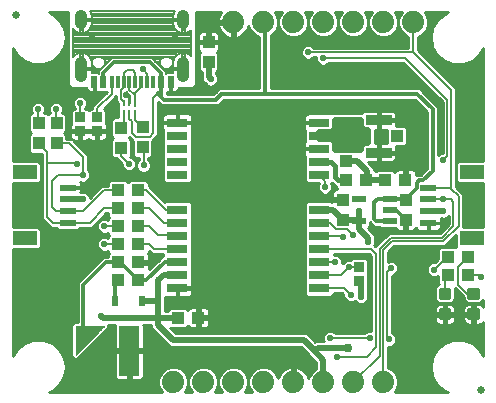
<source format=gtl>
G75*
%MOIN*%
%OFA0B0*%
%FSLAX25Y25*%
%IPPOS*%
%LPD*%
%AMOC8*
5,1,8,0,0,1.08239X$1,22.5*
%
%ADD10C,0.02500*%
%ADD11R,0.07874X0.04724*%
%ADD12R,0.05315X0.02362*%
%ADD13R,0.04331X0.03937*%
%ADD14R,0.06693X0.16535*%
%ADD15C,0.00197*%
%ADD16R,0.03937X0.03937*%
%ADD17R,0.03937X0.04331*%
%ADD18C,0.01181*%
%ADD19R,0.02480X0.03268*%
%ADD20R,0.08661X0.03346*%
%ADD21R,0.04134X0.03937*%
%ADD22R,0.04724X0.02165*%
%ADD23C,0.07400*%
%ADD24R,0.07087X0.03150*%
%ADD25R,0.00984X0.02402*%
%ADD26R,0.00984X0.02205*%
%ADD27R,0.01181X0.04000*%
%ADD28R,0.02362X0.04000*%
%ADD29R,0.02165X0.04000*%
%ADD30C,0.03937*%
%ADD31R,0.03543X0.03346*%
%ADD32C,0.02000*%
%ADD33C,0.02200*%
%ADD34C,0.03000*%
%ADD35C,0.01000*%
%ADD36C,0.01200*%
%ADD37C,0.00600*%
%ADD38C,0.00800*%
%ADD39C,0.01600*%
D10*
X0155833Y0202400D03*
X0310833Y0077500D03*
D11*
X0307802Y0127876D03*
X0307802Y0149924D03*
X0158865Y0149924D03*
X0158865Y0127876D03*
D12*
X0173333Y0132994D03*
X0173333Y0136931D03*
X0173333Y0140869D03*
X0173333Y0144806D03*
X0293333Y0144806D03*
X0293333Y0140869D03*
X0293333Y0136931D03*
X0293333Y0132994D03*
D13*
X0299987Y0121600D03*
X0299987Y0115600D03*
X0306680Y0115600D03*
X0306680Y0121600D03*
X0285680Y0147400D03*
X0278987Y0147400D03*
X0272680Y0147400D03*
X0265987Y0147400D03*
X0196680Y0143900D03*
X0189987Y0143900D03*
X0189987Y0137900D03*
X0196680Y0137900D03*
X0196680Y0131900D03*
X0189987Y0131900D03*
X0189987Y0125900D03*
X0196680Y0125900D03*
X0196680Y0119900D03*
X0189987Y0119900D03*
X0189987Y0113900D03*
X0196680Y0113900D03*
X0209987Y0101400D03*
X0216680Y0101400D03*
D14*
X0193617Y0090362D03*
D15*
X0185231Y0098551D02*
X0175782Y0089102D01*
X0175782Y0098551D01*
X0185231Y0098551D01*
X0185123Y0098443D02*
X0175782Y0098443D01*
X0175782Y0098248D02*
X0184928Y0098248D01*
X0184732Y0098053D02*
X0175782Y0098053D01*
X0175782Y0097857D02*
X0184537Y0097857D01*
X0184342Y0097662D02*
X0175782Y0097662D01*
X0175782Y0097467D02*
X0184146Y0097467D01*
X0183951Y0097271D02*
X0175782Y0097271D01*
X0175782Y0097076D02*
X0183756Y0097076D01*
X0183560Y0096881D02*
X0175782Y0096881D01*
X0175782Y0096685D02*
X0183365Y0096685D01*
X0183170Y0096490D02*
X0175782Y0096490D01*
X0175782Y0096294D02*
X0182974Y0096294D01*
X0182779Y0096099D02*
X0175782Y0096099D01*
X0175782Y0095904D02*
X0182583Y0095904D01*
X0182388Y0095708D02*
X0175782Y0095708D01*
X0175782Y0095513D02*
X0182193Y0095513D01*
X0181997Y0095318D02*
X0175782Y0095318D01*
X0175782Y0095122D02*
X0181802Y0095122D01*
X0181607Y0094927D02*
X0175782Y0094927D01*
X0175782Y0094732D02*
X0181411Y0094732D01*
X0181216Y0094536D02*
X0175782Y0094536D01*
X0175782Y0094341D02*
X0181021Y0094341D01*
X0180825Y0094145D02*
X0175782Y0094145D01*
X0175782Y0093950D02*
X0180630Y0093950D01*
X0180435Y0093755D02*
X0175782Y0093755D01*
X0175782Y0093559D02*
X0180239Y0093559D01*
X0180044Y0093364D02*
X0175782Y0093364D01*
X0175782Y0093169D02*
X0179848Y0093169D01*
X0179653Y0092973D02*
X0175782Y0092973D01*
X0175782Y0092778D02*
X0179458Y0092778D01*
X0179262Y0092583D02*
X0175782Y0092583D01*
X0175782Y0092387D02*
X0179067Y0092387D01*
X0178872Y0092192D02*
X0175782Y0092192D01*
X0175782Y0091996D02*
X0178676Y0091996D01*
X0178481Y0091801D02*
X0175782Y0091801D01*
X0175782Y0091606D02*
X0178286Y0091606D01*
X0178090Y0091410D02*
X0175782Y0091410D01*
X0175782Y0091215D02*
X0177895Y0091215D01*
X0177699Y0091020D02*
X0175782Y0091020D01*
X0175782Y0090824D02*
X0177504Y0090824D01*
X0177309Y0090629D02*
X0175782Y0090629D01*
X0175782Y0090434D02*
X0177113Y0090434D01*
X0176918Y0090238D02*
X0175782Y0090238D01*
X0175782Y0090043D02*
X0176723Y0090043D01*
X0176527Y0089847D02*
X0175782Y0089847D01*
X0175782Y0089652D02*
X0176332Y0089652D01*
X0176137Y0089457D02*
X0175782Y0089457D01*
X0175782Y0089261D02*
X0175941Y0089261D01*
D16*
X0178333Y0095961D03*
D17*
X0264833Y0134054D03*
X0264833Y0140746D03*
X0265833Y0153554D03*
X0265833Y0160246D03*
X0285833Y0140746D03*
X0285833Y0134054D03*
X0220133Y0186654D03*
X0220133Y0193346D03*
X0198133Y0164946D03*
X0198133Y0158254D03*
X0190933Y0158054D03*
X0190933Y0164746D03*
X0169433Y0166246D03*
X0163533Y0166246D03*
X0163533Y0159554D03*
X0169433Y0159554D03*
D18*
X0297555Y0110831D02*
X0300311Y0110831D01*
X0300311Y0108075D01*
X0297555Y0108075D01*
X0297555Y0110831D01*
X0297555Y0109197D02*
X0300311Y0109197D01*
X0300311Y0110319D02*
X0297555Y0110319D01*
X0307055Y0110831D02*
X0309811Y0110831D01*
X0309811Y0108075D01*
X0307055Y0108075D01*
X0307055Y0110831D01*
X0307055Y0109197D02*
X0309811Y0109197D01*
X0309811Y0110319D02*
X0307055Y0110319D01*
X0307055Y0103925D02*
X0309811Y0103925D01*
X0309811Y0101169D01*
X0307055Y0101169D01*
X0307055Y0103925D01*
X0307055Y0102291D02*
X0309811Y0102291D01*
X0309811Y0103413D02*
X0307055Y0103413D01*
X0300311Y0103925D02*
X0297555Y0103925D01*
X0300311Y0103925D02*
X0300311Y0101169D01*
X0297555Y0101169D01*
X0297555Y0103925D01*
X0297555Y0102291D02*
X0300311Y0102291D01*
X0300311Y0103413D02*
X0297555Y0103413D01*
D19*
X0197861Y0106900D03*
X0188806Y0106900D03*
D20*
X0276833Y0156487D03*
X0276833Y0167313D03*
D21*
X0270829Y0161900D03*
X0282837Y0161900D03*
D22*
X0280452Y0141140D03*
X0280452Y0137400D03*
X0280452Y0133660D03*
X0270215Y0133660D03*
X0270215Y0141140D03*
D23*
X0268333Y0199900D03*
X0258333Y0199900D03*
X0248333Y0199900D03*
X0238333Y0199900D03*
X0228333Y0199900D03*
X0278333Y0199900D03*
X0288333Y0199900D03*
X0278333Y0080000D03*
X0268333Y0080000D03*
X0258333Y0080000D03*
X0248333Y0080000D03*
X0238333Y0080000D03*
X0228333Y0080000D03*
X0218333Y0080000D03*
X0208333Y0080000D03*
D24*
X0209711Y0111341D03*
X0209711Y0115672D03*
X0209711Y0120002D03*
X0209711Y0124333D03*
X0209711Y0128664D03*
X0209711Y0132994D03*
X0209711Y0137325D03*
X0209711Y0149136D03*
X0209711Y0153467D03*
X0209711Y0157798D03*
X0209711Y0162128D03*
X0209711Y0166459D03*
X0256955Y0166459D03*
X0256955Y0162128D03*
X0256955Y0157798D03*
X0256955Y0153467D03*
X0256955Y0149136D03*
X0256955Y0137325D03*
X0256955Y0132994D03*
X0256955Y0128664D03*
X0256955Y0124333D03*
X0256955Y0120002D03*
X0256955Y0115672D03*
X0256955Y0111341D03*
D25*
X0195702Y0172794D03*
D26*
X0193733Y0172893D03*
X0191765Y0172893D03*
X0191765Y0169507D03*
X0193733Y0169507D03*
X0195702Y0169507D03*
D27*
X0195718Y0180094D03*
X0197686Y0180094D03*
X0199655Y0180094D03*
X0201623Y0180094D03*
X0193749Y0180094D03*
X0191781Y0180094D03*
X0189812Y0180094D03*
X0187844Y0180094D03*
D28*
X0182036Y0180094D03*
X0207430Y0180094D03*
D29*
X0204379Y0180094D03*
X0185088Y0180094D03*
D30*
X0177725Y0182136D02*
X0177725Y0182136D01*
X0177725Y0186468D01*
X0177725Y0186468D01*
X0177725Y0182136D01*
X0177725Y0185876D02*
X0177725Y0185876D01*
X0177725Y0199578D02*
X0177725Y0199578D01*
X0177725Y0201940D01*
X0177725Y0201940D01*
X0177725Y0199578D01*
X0211741Y0199578D02*
X0211741Y0199578D01*
X0211741Y0201940D01*
X0211741Y0201940D01*
X0211741Y0199578D01*
X0211741Y0182136D02*
X0211741Y0182136D01*
X0211741Y0186468D01*
X0211741Y0186468D01*
X0211741Y0182136D01*
X0211741Y0185876D02*
X0211741Y0185876D01*
D31*
X0182933Y0168183D03*
X0177333Y0168183D03*
X0177333Y0163617D03*
X0182933Y0163617D03*
X0270333Y0118283D03*
X0270333Y0113717D03*
D32*
X0270833Y0113217D01*
X0270833Y0108400D01*
X0273333Y0126800D02*
X0273333Y0127900D01*
X0270215Y0131019D01*
X0270215Y0133660D01*
X0270215Y0136781D01*
X0270333Y0136900D01*
X0269821Y0134054D02*
X0264833Y0134054D01*
X0261562Y0137325D01*
X0256955Y0137325D01*
X0269821Y0134054D02*
X0270215Y0133660D01*
X0273333Y0147400D02*
X0278987Y0147400D01*
X0272833Y0147900D02*
X0272833Y0150400D01*
X0269680Y0153554D01*
X0265833Y0153554D01*
X0262099Y0157369D02*
X0262099Y0160035D01*
X0261161Y0160972D01*
X0257046Y0160972D01*
X0257046Y0163284D01*
X0261161Y0163284D01*
X0262099Y0164222D01*
X0262099Y0167400D01*
X0270903Y0167400D01*
X0270903Y0164977D01*
X0271840Y0164040D01*
X0273333Y0164040D01*
X0273333Y0159760D01*
X0271840Y0159760D01*
X0270903Y0158823D01*
X0270903Y0157369D01*
X0262099Y0157369D01*
X0262099Y0158937D02*
X0271018Y0158937D01*
X0273333Y0160936D02*
X0261198Y0160936D01*
X0257046Y0162934D02*
X0273333Y0162934D01*
X0270947Y0164933D02*
X0262099Y0164933D01*
X0262099Y0166932D02*
X0270903Y0166932D01*
X0293333Y0136931D02*
X0293365Y0136900D01*
X0298333Y0136900D01*
X0251833Y0093900D02*
X0208333Y0093900D01*
X0203333Y0098900D01*
X0203333Y0101400D01*
X0203333Y0106900D01*
X0197861Y0106900D01*
X0203333Y0106900D02*
X0203333Y0113900D01*
X0205105Y0115672D01*
X0209711Y0115672D01*
X0209987Y0101400D02*
X0203333Y0101400D01*
X0184833Y0101400D01*
X0184333Y0101900D01*
X0178333Y0140869D02*
X0173333Y0140869D01*
X0220133Y0181600D02*
X0220833Y0180900D01*
X0220133Y0181600D02*
X0220133Y0186654D01*
X0251833Y0093900D02*
X0255533Y0090200D01*
X0256633Y0091300D01*
X0266533Y0091300D01*
X0266633Y0091400D01*
X0258333Y0087400D02*
X0258333Y0080000D01*
X0258333Y0087400D02*
X0255533Y0090200D01*
D33*
X0260697Y0094536D03*
X0251333Y0096900D03*
X0251333Y0101400D03*
X0251333Y0106400D03*
X0251333Y0111400D03*
X0251333Y0116400D03*
X0251333Y0121400D03*
X0251333Y0126400D03*
X0251333Y0131400D03*
X0251333Y0136400D03*
X0251333Y0141400D03*
X0251333Y0146400D03*
X0251333Y0151400D03*
X0251333Y0156400D03*
X0251333Y0161400D03*
X0251333Y0166400D03*
X0243333Y0166400D03*
X0243333Y0161400D03*
X0243333Y0156400D03*
X0243333Y0151400D03*
X0243333Y0146400D03*
X0243333Y0141400D03*
X0243333Y0136400D03*
X0243333Y0131400D03*
X0243333Y0126400D03*
X0243333Y0121400D03*
X0243333Y0116400D03*
X0243333Y0111400D03*
X0243333Y0106400D03*
X0243333Y0101400D03*
X0243333Y0096900D03*
X0233333Y0096900D03*
X0233333Y0101400D03*
X0233333Y0106400D03*
X0233333Y0111400D03*
X0233333Y0116400D03*
X0233333Y0121400D03*
X0233333Y0126400D03*
X0233333Y0131400D03*
X0233333Y0136400D03*
X0233333Y0141400D03*
X0233333Y0146400D03*
X0233333Y0151400D03*
X0233333Y0156400D03*
X0233333Y0161400D03*
X0233333Y0166400D03*
X0233433Y0173500D03*
X0226433Y0173500D03*
X0223333Y0166400D03*
X0223333Y0161400D03*
X0215833Y0161400D03*
X0215833Y0166400D03*
X0215833Y0156400D03*
X0223333Y0156400D03*
X0223333Y0151400D03*
X0215833Y0151400D03*
X0215833Y0146400D03*
X0223333Y0146400D03*
X0223333Y0141400D03*
X0223333Y0136400D03*
X0215833Y0136400D03*
X0215833Y0141400D03*
X0209333Y0141400D03*
X0203333Y0143900D03*
X0209333Y0145400D03*
X0203333Y0147400D03*
X0198433Y0152200D03*
X0193533Y0152600D03*
X0188333Y0152400D03*
X0188333Y0148400D03*
X0178333Y0148900D03*
X0178333Y0144900D03*
X0178333Y0140869D03*
X0185333Y0131900D03*
X0185333Y0125900D03*
X0201333Y0119900D03*
X0215833Y0121400D03*
X0223333Y0121400D03*
X0223333Y0116400D03*
X0223333Y0111400D03*
X0215833Y0111400D03*
X0215833Y0116400D03*
X0215833Y0106400D03*
X0223333Y0106400D03*
X0223333Y0101400D03*
X0223333Y0096900D03*
X0215833Y0096900D03*
X0201833Y0095000D03*
X0201833Y0087000D03*
X0201833Y0079000D03*
X0186833Y0079000D03*
X0180833Y0079000D03*
X0175333Y0079000D03*
X0180333Y0085000D03*
X0186833Y0085000D03*
X0186833Y0093000D03*
X0184333Y0101900D03*
X0171333Y0101400D03*
X0166333Y0101400D03*
X0161333Y0101400D03*
X0156333Y0101400D03*
X0156333Y0095900D03*
X0171333Y0096000D03*
X0171333Y0108900D03*
X0166333Y0108900D03*
X0161333Y0108900D03*
X0156333Y0108900D03*
X0156333Y0116400D03*
X0161333Y0116400D03*
X0166333Y0116400D03*
X0171333Y0116400D03*
X0171333Y0123900D03*
X0166333Y0123900D03*
X0161333Y0122400D03*
X0156333Y0122400D03*
X0166333Y0128900D03*
X0171333Y0128900D03*
X0161333Y0133900D03*
X0156333Y0133900D03*
X0156333Y0141400D03*
X0161333Y0141400D03*
X0176239Y0152800D03*
X0156333Y0156400D03*
X0156333Y0163900D03*
X0156433Y0171900D03*
X0163333Y0171000D03*
X0169333Y0171000D03*
X0177333Y0172900D03*
X0182833Y0175400D03*
X0188333Y0172400D03*
X0192733Y0175800D03*
X0198133Y0184200D03*
X0208833Y0194900D03*
X0220833Y0180900D03*
X0243333Y0183900D03*
X0243333Y0189900D03*
X0253333Y0189900D03*
X0258333Y0187900D03*
X0263733Y0183100D03*
X0258733Y0178900D03*
X0251433Y0173300D03*
X0243333Y0173300D03*
X0260833Y0171900D03*
X0265833Y0171900D03*
X0270833Y0171900D03*
X0275833Y0171900D03*
X0284833Y0171400D03*
X0289633Y0171400D03*
X0291433Y0165800D03*
X0287333Y0161900D03*
X0291433Y0160300D03*
X0290333Y0155900D03*
X0285333Y0155900D03*
X0285333Y0151900D03*
X0280833Y0151900D03*
X0275833Y0151900D03*
X0290433Y0151600D03*
X0298333Y0153900D03*
X0297333Y0159900D03*
X0307333Y0168900D03*
X0307333Y0174900D03*
X0307333Y0180900D03*
X0293333Y0176900D03*
X0283333Y0183300D03*
X0273433Y0183400D03*
X0284833Y0166400D03*
X0276833Y0161900D03*
X0258833Y0144900D03*
X0260833Y0141400D03*
X0270333Y0136900D03*
X0268333Y0128900D03*
X0264833Y0128433D03*
X0273333Y0126800D03*
X0269333Y0121900D03*
X0266833Y0118400D03*
X0262333Y0119900D03*
X0267470Y0109036D03*
X0270833Y0108400D03*
X0282333Y0107900D03*
X0282333Y0102900D03*
X0284333Y0097900D03*
X0292333Y0097900D03*
X0292333Y0102900D03*
X0292333Y0107900D03*
X0282333Y0112900D03*
X0280833Y0117900D03*
X0280833Y0122900D03*
X0295333Y0117500D03*
X0302533Y0106900D03*
X0304333Y0102900D03*
X0302333Y0097900D03*
X0293333Y0090000D03*
X0288333Y0090000D03*
X0283333Y0090000D03*
X0280262Y0094171D03*
X0273833Y0094600D03*
X0262833Y0088500D03*
X0283333Y0085000D03*
X0288333Y0085000D03*
X0293333Y0085000D03*
X0310833Y0114900D03*
X0298333Y0133400D03*
X0298333Y0136900D03*
X0298333Y0140869D03*
X0223333Y0131400D03*
X0215833Y0131400D03*
X0215833Y0126400D03*
X0223333Y0126400D03*
X0203833Y0166400D03*
X0170333Y0178900D03*
X0170333Y0183900D03*
X0163333Y0178900D03*
X0156333Y0178900D03*
X0156333Y0183900D03*
X0181333Y0194900D03*
D34*
X0266633Y0091400D03*
D35*
X0155033Y0088624D02*
X0155033Y0124214D01*
X0163340Y0124214D01*
X0164102Y0124976D01*
X0164102Y0130777D01*
X0163340Y0131539D01*
X0155033Y0131539D01*
X0155033Y0146261D01*
X0163340Y0146261D01*
X0164102Y0147023D01*
X0164102Y0152824D01*
X0163340Y0153586D01*
X0155033Y0153586D01*
X0155033Y0191276D01*
X0156333Y0189026D01*
X0156333Y0189026D01*
X0158764Y0186986D01*
X0161746Y0185900D01*
X0164920Y0185900D01*
X0167903Y0186986D01*
X0170334Y0189026D01*
X0171921Y0191774D01*
X0171921Y0191774D01*
X0172472Y0194900D01*
X0171921Y0198026D01*
X0170334Y0200774D01*
X0170334Y0200774D01*
X0167903Y0202814D01*
X0167903Y0202814D01*
X0166843Y0203200D01*
X0173133Y0203200D01*
X0173133Y0179096D01*
X0174129Y0178100D01*
X0179355Y0178100D01*
X0179355Y0177896D01*
X0179458Y0177515D01*
X0179655Y0177173D01*
X0179934Y0176893D01*
X0180276Y0176696D01*
X0180658Y0176594D01*
X0181946Y0176594D01*
X0181946Y0178100D01*
X0182127Y0178100D01*
X0182127Y0176594D01*
X0183415Y0176594D01*
X0183797Y0176696D01*
X0183966Y0176794D01*
X0186244Y0176794D01*
X0186244Y0176790D01*
X0181333Y0171879D01*
X0181333Y0171157D01*
X0180623Y0171157D01*
X0180133Y0170667D01*
X0179643Y0171157D01*
X0178984Y0171157D01*
X0179368Y0171541D01*
X0179733Y0172423D01*
X0179733Y0173377D01*
X0179368Y0174259D01*
X0178693Y0174935D01*
X0177811Y0175300D01*
X0176856Y0175300D01*
X0175974Y0174935D01*
X0175299Y0174259D01*
X0174933Y0173377D01*
X0174933Y0172423D01*
X0175299Y0171541D01*
X0175683Y0171157D01*
X0175023Y0171157D01*
X0174262Y0170395D01*
X0174262Y0166038D01*
X0174164Y0165869D01*
X0174062Y0165487D01*
X0174062Y0163953D01*
X0176997Y0163953D01*
X0176997Y0163280D01*
X0177670Y0163280D01*
X0177670Y0163953D01*
X0180605Y0163953D01*
X0182597Y0163953D01*
X0182597Y0163280D01*
X0183270Y0163280D01*
X0183270Y0163953D01*
X0186205Y0163953D01*
X0186205Y0165487D01*
X0186103Y0165869D01*
X0186005Y0166038D01*
X0186005Y0170395D01*
X0185243Y0171157D01*
X0185136Y0171157D01*
X0189233Y0175254D01*
X0189233Y0173662D01*
X0189973Y0172922D01*
X0189973Y0171252D01*
X0190025Y0171200D01*
X0189973Y0171148D01*
X0189973Y0168212D01*
X0188426Y0168212D01*
X0187665Y0167450D01*
X0187665Y0162043D01*
X0188307Y0161400D01*
X0187665Y0160757D01*
X0187665Y0155350D01*
X0188426Y0154588D01*
X0189333Y0154588D01*
X0189333Y0154537D01*
X0191133Y0152737D01*
X0191133Y0152123D01*
X0191499Y0151241D01*
X0192174Y0150565D01*
X0193056Y0150200D01*
X0194011Y0150200D01*
X0194893Y0150565D01*
X0195568Y0151241D01*
X0195933Y0152123D01*
X0195933Y0153077D01*
X0195568Y0153959D01*
X0194893Y0154635D01*
X0194011Y0155000D01*
X0193852Y0155000D01*
X0194202Y0155350D01*
X0194202Y0160757D01*
X0193559Y0161400D01*
X0193715Y0161556D01*
X0194233Y0161037D01*
X0194865Y0160406D01*
X0194865Y0155550D01*
X0195626Y0154788D01*
X0196833Y0154788D01*
X0196833Y0153994D01*
X0196399Y0153559D01*
X0196033Y0152677D01*
X0196033Y0151723D01*
X0196399Y0150841D01*
X0197074Y0150165D01*
X0197956Y0149800D01*
X0198911Y0149800D01*
X0199793Y0150165D01*
X0200468Y0150841D01*
X0200833Y0151723D01*
X0200833Y0152677D01*
X0200468Y0153559D01*
X0200033Y0153994D01*
X0200033Y0154788D01*
X0200640Y0154788D01*
X0201402Y0155550D01*
X0201402Y0160406D01*
X0202392Y0161396D01*
X0203329Y0162333D01*
X0203329Y0173317D01*
X0203333Y0173313D01*
X0204446Y0172200D01*
X0223220Y0172200D01*
X0225120Y0174100D01*
X0238146Y0174100D01*
X0288946Y0174100D01*
X0292933Y0170113D01*
X0292933Y0151187D01*
X0290833Y0149087D01*
X0289392Y0149087D01*
X0289345Y0149040D01*
X0289345Y0149566D01*
X0289243Y0149947D01*
X0289045Y0150290D01*
X0288766Y0150569D01*
X0288424Y0150766D01*
X0288043Y0150868D01*
X0286164Y0150868D01*
X0286164Y0147884D01*
X0285196Y0147884D01*
X0285196Y0150868D01*
X0283317Y0150868D01*
X0282935Y0150766D01*
X0282593Y0150569D01*
X0282314Y0150290D01*
X0282225Y0150135D01*
X0281691Y0150668D01*
X0276283Y0150668D01*
X0275833Y0150219D01*
X0275384Y0150668D01*
X0275133Y0150668D01*
X0275133Y0151353D01*
X0273786Y0152700D01*
X0273173Y0153313D01*
X0276497Y0153313D01*
X0276497Y0156150D01*
X0277170Y0156150D01*
X0277170Y0156823D01*
X0282664Y0156823D01*
X0282664Y0158357D01*
X0282591Y0158631D01*
X0285443Y0158631D01*
X0286204Y0159393D01*
X0286204Y0164407D01*
X0285443Y0165168D01*
X0282591Y0165168D01*
X0282664Y0165443D01*
X0282664Y0166977D01*
X0277170Y0166977D01*
X0277170Y0167650D01*
X0282664Y0167650D01*
X0282664Y0169184D01*
X0282562Y0169566D01*
X0282364Y0169908D01*
X0282085Y0170187D01*
X0281743Y0170384D01*
X0281362Y0170487D01*
X0277170Y0170487D01*
X0277170Y0167650D01*
X0276497Y0167650D01*
X0276497Y0170487D01*
X0272305Y0170487D01*
X0271924Y0170384D01*
X0271582Y0170187D01*
X0271302Y0169908D01*
X0271182Y0169700D01*
X0256093Y0169700D01*
X0255927Y0169534D01*
X0253215Y0169534D01*
X0252833Y0169432D01*
X0252491Y0169234D01*
X0252212Y0168955D01*
X0252014Y0168613D01*
X0251912Y0168231D01*
X0251912Y0166746D01*
X0254746Y0166746D01*
X0254746Y0166172D01*
X0251912Y0166172D01*
X0251912Y0164687D01*
X0252014Y0164305D01*
X0252112Y0164136D01*
X0252112Y0160121D01*
X0252014Y0159951D01*
X0251912Y0159570D01*
X0251912Y0158085D01*
X0254746Y0158085D01*
X0254746Y0157510D01*
X0251912Y0157510D01*
X0251912Y0156025D01*
X0252014Y0155644D01*
X0252112Y0155475D01*
X0252112Y0151354D01*
X0252164Y0151302D01*
X0252112Y0151249D01*
X0252112Y0147023D01*
X0252874Y0146261D01*
X0256801Y0146261D01*
X0256799Y0146259D01*
X0256433Y0145377D01*
X0256433Y0144423D01*
X0256799Y0143541D01*
X0257474Y0142865D01*
X0258356Y0142500D01*
X0259311Y0142500D01*
X0260193Y0142865D01*
X0260868Y0143541D01*
X0261233Y0144423D01*
X0261233Y0145377D01*
X0260868Y0146259D01*
X0260866Y0146261D01*
X0261037Y0146261D01*
X0261270Y0146494D01*
X0262463Y0145300D01*
X0262522Y0145300D01*
X0262522Y0144893D01*
X0263003Y0144412D01*
X0262667Y0144412D01*
X0262286Y0144310D01*
X0261944Y0144112D01*
X0261665Y0143833D01*
X0261467Y0143491D01*
X0261365Y0143109D01*
X0261365Y0141231D01*
X0264349Y0141231D01*
X0264349Y0140262D01*
X0261365Y0140262D01*
X0261365Y0139872D01*
X0261037Y0140200D01*
X0252874Y0140200D01*
X0252112Y0139438D01*
X0252112Y0135212D01*
X0252164Y0135160D01*
X0252112Y0135108D01*
X0252112Y0130881D01*
X0252164Y0130829D01*
X0252112Y0130777D01*
X0252112Y0126550D01*
X0252164Y0126498D01*
X0252112Y0126446D01*
X0252112Y0122220D01*
X0252164Y0122168D01*
X0252112Y0122116D01*
X0252112Y0117889D01*
X0252164Y0117837D01*
X0252112Y0117785D01*
X0252112Y0113558D01*
X0252164Y0113506D01*
X0252112Y0113454D01*
X0252112Y0109228D01*
X0252874Y0108466D01*
X0261037Y0108466D01*
X0261799Y0109228D01*
X0261799Y0109741D01*
X0264502Y0109741D01*
X0265070Y0109174D01*
X0265070Y0108559D01*
X0265435Y0107677D01*
X0266110Y0107002D01*
X0266992Y0106636D01*
X0267947Y0106636D01*
X0268829Y0107002D01*
X0268833Y0107006D01*
X0269474Y0106365D01*
X0269715Y0106265D01*
X0269881Y0106100D01*
X0270115Y0106100D01*
X0270356Y0106000D01*
X0271311Y0106000D01*
X0271552Y0106100D01*
X0271786Y0106100D01*
X0271951Y0106265D01*
X0272193Y0106365D01*
X0272868Y0107041D01*
X0272968Y0107282D01*
X0273133Y0107447D01*
X0273133Y0107681D01*
X0273233Y0107923D01*
X0273233Y0108877D01*
X0273133Y0109119D01*
X0273133Y0111233D01*
X0273405Y0111505D01*
X0273405Y0115928D01*
X0273333Y0116000D01*
X0273405Y0116072D01*
X0273405Y0120495D01*
X0272643Y0121257D01*
X0268023Y0121257D01*
X0267492Y0120725D01*
X0267311Y0120800D01*
X0266356Y0120800D01*
X0265474Y0120435D01*
X0264799Y0119759D01*
X0264733Y0119602D01*
X0264733Y0120377D01*
X0264368Y0121259D01*
X0263693Y0121935D01*
X0262811Y0122300D01*
X0261856Y0122300D01*
X0261799Y0122276D01*
X0261799Y0122733D01*
X0273738Y0122733D01*
X0274333Y0122137D01*
X0274333Y0096991D01*
X0274311Y0097000D01*
X0273356Y0097000D01*
X0272474Y0096635D01*
X0272039Y0096200D01*
X0262427Y0096200D01*
X0262056Y0096571D01*
X0261174Y0096936D01*
X0260220Y0096936D01*
X0259337Y0096571D01*
X0258662Y0095896D01*
X0258297Y0095014D01*
X0258297Y0094059D01*
X0258487Y0093600D01*
X0255681Y0093600D01*
X0255533Y0093453D01*
X0254133Y0094853D01*
X0252786Y0096200D01*
X0209286Y0096200D01*
X0207354Y0098131D01*
X0212691Y0098131D01*
X0213225Y0098665D01*
X0213314Y0098510D01*
X0213593Y0098231D01*
X0213935Y0098034D01*
X0214317Y0097931D01*
X0216196Y0097931D01*
X0216196Y0100916D01*
X0217164Y0100916D01*
X0217164Y0101884D01*
X0220345Y0101884D01*
X0220345Y0103566D01*
X0220243Y0103947D01*
X0220045Y0104290D01*
X0219766Y0104569D01*
X0219424Y0104766D01*
X0219043Y0104868D01*
X0217164Y0104868D01*
X0217164Y0101884D01*
X0216196Y0101884D01*
X0216196Y0104868D01*
X0214317Y0104868D01*
X0213935Y0104766D01*
X0213593Y0104569D01*
X0213314Y0104290D01*
X0213225Y0104135D01*
X0212691Y0104668D01*
X0207283Y0104668D01*
X0206522Y0103907D01*
X0206522Y0103700D01*
X0205633Y0103700D01*
X0205633Y0108356D01*
X0205970Y0108266D01*
X0209424Y0108266D01*
X0209424Y0111053D01*
X0209999Y0111053D01*
X0209999Y0108266D01*
X0213452Y0108266D01*
X0213834Y0108368D01*
X0214176Y0108566D01*
X0214455Y0108845D01*
X0214652Y0109187D01*
X0214755Y0109569D01*
X0214755Y0111054D01*
X0209999Y0111054D01*
X0209999Y0111628D01*
X0214755Y0111628D01*
X0214755Y0113113D01*
X0214652Y0113495D01*
X0214555Y0113664D01*
X0214555Y0117785D01*
X0214502Y0117837D01*
X0214555Y0117889D01*
X0214555Y0122116D01*
X0214502Y0122168D01*
X0214555Y0122220D01*
X0214555Y0126446D01*
X0214502Y0126498D01*
X0214555Y0126550D01*
X0214555Y0130777D01*
X0214502Y0130829D01*
X0214555Y0130881D01*
X0214555Y0135108D01*
X0214502Y0135160D01*
X0214555Y0135212D01*
X0214555Y0139438D01*
X0213793Y0140200D01*
X0205629Y0140200D01*
X0205463Y0140033D01*
X0200933Y0144563D01*
X0200145Y0145351D01*
X0200145Y0146407D01*
X0199384Y0147168D01*
X0193976Y0147168D01*
X0193333Y0146526D01*
X0192691Y0147168D01*
X0187283Y0147168D01*
X0186522Y0146407D01*
X0186522Y0145500D01*
X0184671Y0145500D01*
X0183733Y0144563D01*
X0180670Y0141499D01*
X0180633Y0141587D01*
X0180633Y0141821D01*
X0180468Y0141987D01*
X0180368Y0142228D01*
X0179693Y0142903D01*
X0179451Y0143003D01*
X0179286Y0143168D01*
X0179052Y0143168D01*
X0178811Y0143268D01*
X0177856Y0143268D01*
X0177615Y0143168D01*
X0177422Y0143168D01*
X0177491Y0143427D01*
X0177491Y0144715D01*
X0173424Y0144715D01*
X0173424Y0144896D01*
X0177491Y0144896D01*
X0177491Y0146184D01*
X0177389Y0146566D01*
X0177291Y0146734D01*
X0177856Y0146500D01*
X0178811Y0146500D01*
X0179693Y0146865D01*
X0180368Y0147541D01*
X0180733Y0148423D01*
X0180733Y0149377D01*
X0180368Y0150259D01*
X0179933Y0150694D01*
X0179933Y0155563D01*
X0174907Y0160590D01*
X0174983Y0160546D01*
X0175364Y0160443D01*
X0176997Y0160443D01*
X0176997Y0163280D01*
X0174062Y0163280D01*
X0174062Y0161746D01*
X0174164Y0161364D01*
X0174286Y0161154D01*
X0172702Y0161154D01*
X0172702Y0162257D01*
X0172059Y0162900D01*
X0172702Y0163543D01*
X0172702Y0168950D01*
X0171940Y0169712D01*
X0171397Y0169712D01*
X0171733Y0170523D01*
X0171733Y0171477D01*
X0171368Y0172359D01*
X0170693Y0173035D01*
X0169811Y0173400D01*
X0168856Y0173400D01*
X0167974Y0173035D01*
X0167299Y0172359D01*
X0166933Y0171477D01*
X0166933Y0170523D01*
X0167269Y0169712D01*
X0166926Y0169712D01*
X0166483Y0169269D01*
X0166040Y0169712D01*
X0165397Y0169712D01*
X0165733Y0170523D01*
X0165733Y0171477D01*
X0165368Y0172359D01*
X0164693Y0173035D01*
X0163811Y0173400D01*
X0162856Y0173400D01*
X0161974Y0173035D01*
X0161299Y0172359D01*
X0160933Y0171477D01*
X0160933Y0170523D01*
X0161269Y0169712D01*
X0161026Y0169712D01*
X0160265Y0168950D01*
X0160265Y0163543D01*
X0160907Y0162900D01*
X0160265Y0162257D01*
X0160265Y0156850D01*
X0161026Y0156088D01*
X0164733Y0156088D01*
X0164733Y0134237D01*
X0167576Y0131394D01*
X0169376Y0131394D01*
X0169376Y0131275D01*
X0170137Y0130513D01*
X0176529Y0130513D01*
X0177291Y0131275D01*
X0177291Y0131394D01*
X0181091Y0131394D01*
X0185996Y0136300D01*
X0186522Y0136300D01*
X0186522Y0135393D01*
X0187015Y0134900D01*
X0186522Y0134407D01*
X0186522Y0134006D01*
X0185811Y0134300D01*
X0184856Y0134300D01*
X0183974Y0133935D01*
X0183299Y0133259D01*
X0182933Y0132377D01*
X0182933Y0131423D01*
X0183299Y0130541D01*
X0183974Y0129865D01*
X0184856Y0129500D01*
X0185811Y0129500D01*
X0186522Y0129794D01*
X0186522Y0129393D01*
X0187015Y0128900D01*
X0186522Y0128407D01*
X0186522Y0128006D01*
X0185811Y0128300D01*
X0184856Y0128300D01*
X0183974Y0127935D01*
X0183299Y0127259D01*
X0182933Y0126377D01*
X0182933Y0125423D01*
X0183299Y0124541D01*
X0183974Y0123865D01*
X0184856Y0123500D01*
X0185811Y0123500D01*
X0186522Y0123794D01*
X0186522Y0123393D01*
X0187015Y0122900D01*
X0186522Y0122407D01*
X0186522Y0121800D01*
X0185046Y0121800D01*
X0176433Y0113187D01*
X0176433Y0099950D01*
X0175203Y0099950D01*
X0174384Y0099130D01*
X0174384Y0088523D01*
X0175203Y0087704D01*
X0176361Y0087704D01*
X0186629Y0097972D01*
X0186629Y0099100D01*
X0188843Y0099100D01*
X0188770Y0098827D01*
X0188770Y0090862D01*
X0193117Y0090862D01*
X0193117Y0089862D01*
X0194117Y0089862D01*
X0194117Y0090862D01*
X0198463Y0090862D01*
X0198463Y0098827D01*
X0198390Y0099100D01*
X0201033Y0099100D01*
X0201033Y0097947D01*
X0202381Y0096600D01*
X0206033Y0092947D01*
X0207381Y0091600D01*
X0250881Y0091600D01*
X0253233Y0089247D01*
X0256033Y0086447D01*
X0256033Y0084459D01*
X0255501Y0084239D01*
X0254095Y0082832D01*
X0253411Y0081182D01*
X0253405Y0081218D01*
X0253152Y0081996D01*
X0252781Y0082725D01*
X0252300Y0083388D01*
X0251721Y0083966D01*
X0251059Y0084447D01*
X0250329Y0084819D01*
X0249551Y0085072D01*
X0248833Y0085186D01*
X0248833Y0080500D01*
X0247833Y0080500D01*
X0247833Y0085186D01*
X0247116Y0085072D01*
X0246337Y0084819D01*
X0245608Y0084447D01*
X0244946Y0083966D01*
X0244367Y0083388D01*
X0243886Y0082725D01*
X0243514Y0081996D01*
X0243261Y0081218D01*
X0243256Y0081182D01*
X0242572Y0082832D01*
X0241166Y0084239D01*
X0239328Y0085000D01*
X0237339Y0085000D01*
X0235501Y0084239D01*
X0234095Y0082832D01*
X0233333Y0080995D01*
X0232572Y0082832D01*
X0231166Y0084239D01*
X0229328Y0085000D01*
X0227339Y0085000D01*
X0225501Y0084239D01*
X0224095Y0082832D01*
X0223333Y0080995D01*
X0222572Y0082832D01*
X0221166Y0084239D01*
X0219328Y0085000D01*
X0217339Y0085000D01*
X0215501Y0084239D01*
X0214095Y0082832D01*
X0213333Y0080995D01*
X0212572Y0082832D01*
X0211166Y0084239D01*
X0209328Y0085000D01*
X0207339Y0085000D01*
X0205501Y0084239D01*
X0204095Y0082832D01*
X0203333Y0080995D01*
X0203333Y0079005D01*
X0204095Y0077168D01*
X0204562Y0076700D01*
X0166843Y0076700D01*
X0167903Y0077086D01*
X0170334Y0079126D01*
X0171921Y0081874D01*
X0171921Y0081874D01*
X0172472Y0085000D01*
X0171921Y0088126D01*
X0170334Y0090874D01*
X0170334Y0090874D01*
X0167903Y0092914D01*
X0167903Y0092914D01*
X0164920Y0094000D01*
X0161746Y0094000D01*
X0158764Y0092914D01*
X0156333Y0090874D01*
X0156333Y0090874D01*
X0155033Y0088624D01*
X0155033Y0088979D02*
X0155238Y0088979D01*
X0155033Y0089978D02*
X0155815Y0089978D01*
X0156333Y0090874D02*
X0156333Y0090874D01*
X0156454Y0090976D02*
X0155033Y0090976D01*
X0155033Y0091975D02*
X0157644Y0091975D01*
X0158764Y0092914D02*
X0158764Y0092914D01*
X0158925Y0092973D02*
X0155033Y0092973D01*
X0155033Y0093972D02*
X0161669Y0093972D01*
X0164998Y0093972D02*
X0174384Y0093972D01*
X0174384Y0094970D02*
X0155033Y0094970D01*
X0155033Y0095969D02*
X0174384Y0095969D01*
X0174384Y0096967D02*
X0155033Y0096967D01*
X0155033Y0097966D02*
X0174384Y0097966D01*
X0174384Y0098964D02*
X0155033Y0098964D01*
X0155033Y0099963D02*
X0176433Y0099963D01*
X0176433Y0100961D02*
X0155033Y0100961D01*
X0155033Y0101960D02*
X0176433Y0101960D01*
X0176433Y0102958D02*
X0155033Y0102958D01*
X0155033Y0103957D02*
X0176433Y0103957D01*
X0176433Y0104955D02*
X0155033Y0104955D01*
X0155033Y0105954D02*
X0176433Y0105954D01*
X0176433Y0106952D02*
X0155033Y0106952D01*
X0155033Y0107951D02*
X0176433Y0107951D01*
X0176433Y0108949D02*
X0155033Y0108949D01*
X0155033Y0109948D02*
X0176433Y0109948D01*
X0176433Y0110946D02*
X0155033Y0110946D01*
X0155033Y0111945D02*
X0176433Y0111945D01*
X0176433Y0112943D02*
X0155033Y0112943D01*
X0155033Y0113942D02*
X0177188Y0113942D01*
X0178187Y0114940D02*
X0155033Y0114940D01*
X0155033Y0115939D02*
X0179185Y0115939D01*
X0180184Y0116937D02*
X0155033Y0116937D01*
X0155033Y0117936D02*
X0181182Y0117936D01*
X0182181Y0118934D02*
X0155033Y0118934D01*
X0155033Y0119933D02*
X0183179Y0119933D01*
X0184178Y0120932D02*
X0155033Y0120932D01*
X0155033Y0121930D02*
X0186522Y0121930D01*
X0186986Y0122929D02*
X0155033Y0122929D01*
X0155033Y0123927D02*
X0183912Y0123927D01*
X0183139Y0124926D02*
X0164052Y0124926D01*
X0164102Y0125924D02*
X0182933Y0125924D01*
X0183159Y0126923D02*
X0164102Y0126923D01*
X0164102Y0127921D02*
X0183960Y0127921D01*
X0183921Y0129918D02*
X0164102Y0129918D01*
X0164102Y0128920D02*
X0186995Y0128920D01*
X0183143Y0130917D02*
X0176933Y0130917D01*
X0181611Y0131915D02*
X0182933Y0131915D01*
X0183155Y0132914D02*
X0182610Y0132914D01*
X0183608Y0133912D02*
X0183951Y0133912D01*
X0184607Y0134911D02*
X0187004Y0134911D01*
X0186522Y0135909D02*
X0185605Y0135909D01*
X0181071Y0141900D02*
X0180554Y0141900D01*
X0179697Y0142899D02*
X0182069Y0142899D01*
X0183068Y0143897D02*
X0177491Y0143897D01*
X0177491Y0145894D02*
X0186522Y0145894D01*
X0187007Y0146893D02*
X0179720Y0146893D01*
X0180513Y0147891D02*
X0204868Y0147891D01*
X0204868Y0147023D02*
X0205629Y0146261D01*
X0213793Y0146261D01*
X0214555Y0147023D01*
X0214555Y0151249D01*
X0214502Y0151302D01*
X0214555Y0151354D01*
X0214555Y0155580D01*
X0214502Y0155632D01*
X0214555Y0155684D01*
X0214555Y0159911D01*
X0214502Y0159963D01*
X0214555Y0160015D01*
X0214555Y0164136D01*
X0214652Y0164305D01*
X0214755Y0164687D01*
X0214755Y0166172D01*
X0209999Y0166172D01*
X0209999Y0166746D01*
X0214755Y0166746D01*
X0214755Y0168231D01*
X0214652Y0168613D01*
X0214455Y0168955D01*
X0214176Y0169234D01*
X0213834Y0169432D01*
X0213452Y0169534D01*
X0209999Y0169534D01*
X0209999Y0166747D01*
X0209424Y0166747D01*
X0209424Y0169534D01*
X0205970Y0169534D01*
X0205589Y0169432D01*
X0205247Y0169234D01*
X0204968Y0168955D01*
X0204770Y0168613D01*
X0204668Y0168231D01*
X0204668Y0166746D01*
X0209424Y0166746D01*
X0209424Y0166172D01*
X0204668Y0166172D01*
X0204668Y0164687D01*
X0204770Y0164305D01*
X0204868Y0164136D01*
X0204868Y0160015D01*
X0204920Y0159963D01*
X0204868Y0159911D01*
X0204868Y0155684D01*
X0204920Y0155632D01*
X0204868Y0155580D01*
X0204868Y0151354D01*
X0204920Y0151302D01*
X0204868Y0151249D01*
X0204868Y0147023D01*
X0204998Y0146893D02*
X0199659Y0146893D01*
X0200145Y0145894D02*
X0256647Y0145894D01*
X0256433Y0144896D02*
X0200600Y0144896D01*
X0201599Y0143897D02*
X0256651Y0143897D01*
X0257440Y0142899D02*
X0202597Y0142899D01*
X0203596Y0141900D02*
X0261365Y0141900D01*
X0261365Y0142899D02*
X0260226Y0142899D01*
X0261016Y0143897D02*
X0261729Y0143897D01*
X0261233Y0144896D02*
X0262522Y0144896D01*
X0261869Y0145894D02*
X0261019Y0145894D01*
X0261334Y0139903D02*
X0261365Y0139903D01*
X0264349Y0140902D02*
X0204594Y0140902D01*
X0214090Y0139903D02*
X0252577Y0139903D01*
X0252112Y0138905D02*
X0214555Y0138905D01*
X0214555Y0137906D02*
X0252112Y0137906D01*
X0252112Y0136908D02*
X0214555Y0136908D01*
X0214555Y0135909D02*
X0252112Y0135909D01*
X0252112Y0134911D02*
X0214555Y0134911D01*
X0214555Y0133912D02*
X0252112Y0133912D01*
X0252112Y0132914D02*
X0214555Y0132914D01*
X0214555Y0131915D02*
X0252112Y0131915D01*
X0252112Y0130917D02*
X0214555Y0130917D01*
X0214555Y0129918D02*
X0252112Y0129918D01*
X0252112Y0128920D02*
X0214555Y0128920D01*
X0214555Y0127921D02*
X0252112Y0127921D01*
X0252112Y0126923D02*
X0214555Y0126923D01*
X0214555Y0125924D02*
X0252112Y0125924D01*
X0252112Y0124926D02*
X0214555Y0124926D01*
X0214555Y0123927D02*
X0252112Y0123927D01*
X0252112Y0122929D02*
X0214555Y0122929D01*
X0214555Y0121930D02*
X0252112Y0121930D01*
X0252112Y0120932D02*
X0214555Y0120932D01*
X0214555Y0119933D02*
X0252112Y0119933D01*
X0252112Y0118934D02*
X0214555Y0118934D01*
X0214555Y0117936D02*
X0252112Y0117936D01*
X0252112Y0116937D02*
X0214555Y0116937D01*
X0214555Y0115939D02*
X0252112Y0115939D01*
X0252112Y0114940D02*
X0214555Y0114940D01*
X0214555Y0113942D02*
X0252112Y0113942D01*
X0252112Y0112943D02*
X0214755Y0112943D01*
X0214755Y0111945D02*
X0252112Y0111945D01*
X0252112Y0110946D02*
X0214755Y0110946D01*
X0214755Y0109948D02*
X0252112Y0109948D01*
X0252390Y0108949D02*
X0214515Y0108949D01*
X0209999Y0108949D02*
X0209424Y0108949D01*
X0209424Y0109948D02*
X0209999Y0109948D01*
X0209999Y0110946D02*
X0209424Y0110946D01*
X0205633Y0107951D02*
X0265322Y0107951D01*
X0265070Y0108949D02*
X0261520Y0108949D01*
X0266230Y0106952D02*
X0205633Y0106952D01*
X0205633Y0105954D02*
X0274333Y0105954D01*
X0274333Y0106952D02*
X0272780Y0106952D01*
X0273233Y0107951D02*
X0274333Y0107951D01*
X0274333Y0108949D02*
X0273203Y0108949D01*
X0273133Y0109948D02*
X0274333Y0109948D01*
X0274333Y0110946D02*
X0273133Y0110946D01*
X0273405Y0111945D02*
X0274333Y0111945D01*
X0274333Y0112943D02*
X0273405Y0112943D01*
X0273405Y0113942D02*
X0274333Y0113942D01*
X0274333Y0114940D02*
X0273405Y0114940D01*
X0273394Y0115939D02*
X0274333Y0115939D01*
X0274333Y0116937D02*
X0273405Y0116937D01*
X0273405Y0117936D02*
X0274333Y0117936D01*
X0274333Y0118934D02*
X0273405Y0118934D01*
X0273405Y0119933D02*
X0274333Y0119933D01*
X0274333Y0120932D02*
X0272969Y0120932D01*
X0274333Y0121930D02*
X0263697Y0121930D01*
X0264504Y0120932D02*
X0267698Y0120932D01*
X0264972Y0119933D02*
X0264733Y0119933D01*
X0270217Y0118400D02*
X0270333Y0118283D01*
X0275735Y0125261D02*
X0275423Y0125573D01*
X0275468Y0125682D01*
X0275633Y0125847D01*
X0275633Y0126081D01*
X0275733Y0126323D01*
X0275733Y0127277D01*
X0275633Y0127519D01*
X0275633Y0128853D01*
X0274286Y0130200D01*
X0273162Y0131324D01*
X0273877Y0132039D01*
X0273877Y0133169D01*
X0274546Y0132500D01*
X0274546Y0132500D01*
X0275286Y0131760D01*
X0277068Y0131760D01*
X0277551Y0131277D01*
X0282486Y0131277D01*
X0282665Y0130967D01*
X0282944Y0130688D01*
X0283286Y0130490D01*
X0283667Y0130388D01*
X0285349Y0130388D01*
X0285349Y0133569D01*
X0286318Y0133569D01*
X0286318Y0130388D01*
X0287999Y0130388D01*
X0288381Y0130490D01*
X0288723Y0130688D01*
X0289002Y0130967D01*
X0289200Y0131309D01*
X0289229Y0131418D01*
X0289278Y0131234D01*
X0289476Y0130892D01*
X0289755Y0130613D01*
X0290097Y0130416D01*
X0290478Y0130313D01*
X0293243Y0130313D01*
X0293243Y0132904D01*
X0293424Y0132904D01*
X0293424Y0133085D01*
X0297491Y0133085D01*
X0297491Y0134373D01*
X0297430Y0134600D01*
X0297615Y0134600D01*
X0297856Y0134500D01*
X0298811Y0134500D01*
X0299052Y0134600D01*
X0299286Y0134600D01*
X0299451Y0134765D01*
X0299693Y0134865D01*
X0300135Y0135307D01*
X0300135Y0132661D01*
X0297174Y0129700D01*
X0280174Y0129700D01*
X0279236Y0128763D01*
X0275735Y0125261D01*
X0275633Y0125924D02*
X0276398Y0125924D01*
X0275733Y0126923D02*
X0277396Y0126923D01*
X0278395Y0127921D02*
X0275633Y0127921D01*
X0275566Y0128920D02*
X0279393Y0128920D01*
X0282715Y0130917D02*
X0273569Y0130917D01*
X0274286Y0130200D02*
X0274286Y0130200D01*
X0274568Y0129918D02*
X0297392Y0129918D01*
X0296912Y0130613D02*
X0297191Y0130892D01*
X0297389Y0131234D01*
X0297491Y0131616D01*
X0297491Y0132904D01*
X0293424Y0132904D01*
X0293424Y0130313D01*
X0296188Y0130313D01*
X0296570Y0130416D01*
X0296912Y0130613D01*
X0297205Y0130917D02*
X0298390Y0130917D01*
X0297491Y0131915D02*
X0299389Y0131915D01*
X0300135Y0132914D02*
X0293424Y0132914D01*
X0293424Y0131915D02*
X0293243Y0131915D01*
X0293243Y0130917D02*
X0293424Y0130917D01*
X0289462Y0130917D02*
X0288952Y0130917D01*
X0286318Y0130917D02*
X0285349Y0130917D01*
X0285349Y0131915D02*
X0286318Y0131915D01*
X0286318Y0132914D02*
X0285349Y0132914D01*
X0282883Y0137359D02*
X0280493Y0137359D01*
X0280493Y0137441D01*
X0282982Y0137441D01*
X0282944Y0137419D01*
X0282883Y0137359D01*
X0285833Y0140746D02*
X0285680Y0140900D01*
X0285196Y0147891D02*
X0286164Y0147891D01*
X0286164Y0148890D02*
X0285196Y0148890D01*
X0285196Y0149888D02*
X0286164Y0149888D01*
X0289259Y0149888D02*
X0291635Y0149888D01*
X0292633Y0150887D02*
X0275133Y0150887D01*
X0274601Y0151885D02*
X0292933Y0151885D01*
X0292933Y0152884D02*
X0273602Y0152884D01*
X0276497Y0153882D02*
X0277170Y0153882D01*
X0277170Y0153313D02*
X0281362Y0153313D01*
X0281743Y0153416D01*
X0282085Y0153613D01*
X0282364Y0153892D01*
X0282562Y0154234D01*
X0282664Y0154616D01*
X0282664Y0156150D01*
X0277170Y0156150D01*
X0277170Y0153313D01*
X0277170Y0154881D02*
X0276497Y0154881D01*
X0276497Y0155879D02*
X0277170Y0155879D01*
X0277170Y0156823D02*
X0276497Y0156823D01*
X0276497Y0159660D01*
X0275633Y0159660D01*
X0275633Y0164140D01*
X0276497Y0164140D01*
X0276497Y0166977D01*
X0277170Y0166977D01*
X0277170Y0164140D01*
X0279470Y0164140D01*
X0279470Y0159660D01*
X0277170Y0159660D01*
X0277170Y0156823D01*
X0277170Y0156878D02*
X0276497Y0156878D01*
X0276497Y0157876D02*
X0277170Y0157876D01*
X0277170Y0158875D02*
X0276497Y0158875D01*
X0275633Y0159873D02*
X0279470Y0159873D01*
X0279470Y0160872D02*
X0275633Y0160872D01*
X0275633Y0161870D02*
X0279470Y0161870D01*
X0279470Y0162869D02*
X0275633Y0162869D01*
X0275633Y0163868D02*
X0279470Y0163868D01*
X0277170Y0164866D02*
X0276497Y0164866D01*
X0276497Y0165865D02*
X0277170Y0165865D01*
X0277170Y0166863D02*
X0276497Y0166863D01*
X0276497Y0167862D02*
X0277170Y0167862D01*
X0277170Y0168860D02*
X0276497Y0168860D01*
X0276497Y0169859D02*
X0277170Y0169859D01*
X0282393Y0169859D02*
X0292933Y0169859D01*
X0292933Y0168860D02*
X0282664Y0168860D01*
X0282664Y0167862D02*
X0292933Y0167862D01*
X0292933Y0166863D02*
X0282664Y0166863D01*
X0282664Y0165865D02*
X0292933Y0165865D01*
X0292933Y0164866D02*
X0285745Y0164866D01*
X0286204Y0163868D02*
X0292933Y0163868D01*
X0292933Y0162869D02*
X0286204Y0162869D01*
X0286204Y0161870D02*
X0292933Y0161870D01*
X0292933Y0160872D02*
X0286204Y0160872D01*
X0286204Y0159873D02*
X0292933Y0159873D01*
X0292933Y0158875D02*
X0285686Y0158875D01*
X0282664Y0157876D02*
X0292933Y0157876D01*
X0292933Y0156878D02*
X0282664Y0156878D01*
X0282664Y0155879D02*
X0292933Y0155879D01*
X0292933Y0154881D02*
X0282664Y0154881D01*
X0282354Y0153882D02*
X0292933Y0153882D01*
X0296733Y0155694D02*
X0296733Y0171687D01*
X0291633Y0176787D01*
X0290520Y0177900D01*
X0240833Y0177900D01*
X0240833Y0195524D01*
X0241166Y0195661D01*
X0242572Y0197068D01*
X0243333Y0198905D01*
X0243333Y0200895D01*
X0242572Y0202732D01*
X0242104Y0203200D01*
X0244562Y0203200D01*
X0244095Y0202732D01*
X0243333Y0200895D01*
X0243333Y0198905D01*
X0244095Y0197068D01*
X0245501Y0195661D01*
X0247339Y0194900D01*
X0249328Y0194900D01*
X0251166Y0195661D01*
X0252572Y0197068D01*
X0253333Y0198905D01*
X0253333Y0200895D01*
X0252572Y0202732D01*
X0252104Y0203200D01*
X0254562Y0203200D01*
X0254095Y0202732D01*
X0253333Y0200895D01*
X0253333Y0198905D01*
X0254095Y0197068D01*
X0255501Y0195661D01*
X0257339Y0194900D01*
X0259328Y0194900D01*
X0261166Y0195661D01*
X0262572Y0197068D01*
X0263333Y0198905D01*
X0263333Y0200895D01*
X0262572Y0202732D01*
X0262104Y0203200D01*
X0264562Y0203200D01*
X0264095Y0202732D01*
X0263333Y0200895D01*
X0263333Y0198905D01*
X0264095Y0197068D01*
X0265501Y0195661D01*
X0267339Y0194900D01*
X0269328Y0194900D01*
X0271166Y0195661D01*
X0272572Y0197068D01*
X0273333Y0198905D01*
X0273333Y0200895D01*
X0272572Y0202732D01*
X0272104Y0203200D01*
X0274562Y0203200D01*
X0274095Y0202732D01*
X0273333Y0200895D01*
X0273333Y0198905D01*
X0274095Y0197068D01*
X0275501Y0195661D01*
X0277339Y0194900D01*
X0279328Y0194900D01*
X0281166Y0195661D01*
X0282572Y0197068D01*
X0283333Y0198905D01*
X0283333Y0200895D01*
X0282572Y0202732D01*
X0282104Y0203200D01*
X0284562Y0203200D01*
X0284095Y0202732D01*
X0283333Y0200895D01*
X0283333Y0198905D01*
X0284095Y0197068D01*
X0285501Y0195661D01*
X0286733Y0195151D01*
X0286733Y0191500D01*
X0255127Y0191500D01*
X0254693Y0191935D01*
X0253811Y0192300D01*
X0252856Y0192300D01*
X0251974Y0191935D01*
X0251299Y0191259D01*
X0250933Y0190377D01*
X0250933Y0189423D01*
X0251299Y0188541D01*
X0251974Y0187865D01*
X0252856Y0187500D01*
X0253811Y0187500D01*
X0254693Y0187865D01*
X0255127Y0188300D01*
X0255933Y0188300D01*
X0255933Y0187423D01*
X0256299Y0186541D01*
X0256974Y0185865D01*
X0257856Y0185500D01*
X0258811Y0185500D01*
X0259693Y0185865D01*
X0260127Y0186300D01*
X0285072Y0186300D01*
X0298135Y0173237D01*
X0298135Y0156300D01*
X0297856Y0156300D01*
X0296974Y0155935D01*
X0296733Y0155694D01*
X0296733Y0155879D02*
X0296919Y0155879D01*
X0296733Y0156878D02*
X0298135Y0156878D01*
X0298135Y0157876D02*
X0296733Y0157876D01*
X0296733Y0158875D02*
X0298135Y0158875D01*
X0298135Y0159873D02*
X0296733Y0159873D01*
X0296733Y0160872D02*
X0298135Y0160872D01*
X0298135Y0161870D02*
X0296733Y0161870D01*
X0296733Y0162869D02*
X0298135Y0162869D01*
X0298135Y0163868D02*
X0296733Y0163868D01*
X0296733Y0164866D02*
X0298135Y0164866D01*
X0298135Y0165865D02*
X0296733Y0165865D01*
X0296733Y0166863D02*
X0298135Y0166863D01*
X0298135Y0167862D02*
X0296733Y0167862D01*
X0296733Y0168860D02*
X0298135Y0168860D01*
X0298135Y0169859D02*
X0296733Y0169859D01*
X0296733Y0170857D02*
X0298135Y0170857D01*
X0298135Y0171856D02*
X0296565Y0171856D01*
X0295566Y0172854D02*
X0298135Y0172854D01*
X0297519Y0173853D02*
X0294568Y0173853D01*
X0293569Y0174851D02*
X0296521Y0174851D01*
X0295522Y0175850D02*
X0292571Y0175850D01*
X0291572Y0176848D02*
X0294524Y0176848D01*
X0293525Y0177847D02*
X0290574Y0177847D01*
X0292527Y0178845D02*
X0240833Y0178845D01*
X0240833Y0179844D02*
X0291528Y0179844D01*
X0290530Y0180842D02*
X0240833Y0180842D01*
X0240833Y0181841D02*
X0289531Y0181841D01*
X0288533Y0182839D02*
X0240833Y0182839D01*
X0240833Y0183838D02*
X0287534Y0183838D01*
X0286536Y0184836D02*
X0240833Y0184836D01*
X0240833Y0185835D02*
X0257048Y0185835D01*
X0256177Y0186833D02*
X0240833Y0186833D01*
X0240833Y0187832D02*
X0252055Y0187832D01*
X0251179Y0188830D02*
X0240833Y0188830D01*
X0240833Y0189829D02*
X0250933Y0189829D01*
X0251120Y0190827D02*
X0240833Y0190827D01*
X0240833Y0191826D02*
X0251865Y0191826D01*
X0254802Y0191826D02*
X0286733Y0191826D01*
X0286733Y0192824D02*
X0240833Y0192824D01*
X0240833Y0193823D02*
X0286733Y0193823D01*
X0286733Y0194821D02*
X0240833Y0194821D01*
X0241324Y0195820D02*
X0245342Y0195820D01*
X0244344Y0196818D02*
X0242323Y0196818D01*
X0242882Y0197817D02*
X0243784Y0197817D01*
X0243371Y0198815D02*
X0243296Y0198815D01*
X0243333Y0199814D02*
X0243333Y0199814D01*
X0243333Y0200812D02*
X0243333Y0200812D01*
X0242954Y0201811D02*
X0243713Y0201811D01*
X0244172Y0202809D02*
X0242495Y0202809D01*
X0233411Y0198718D02*
X0234095Y0197068D01*
X0235501Y0195661D01*
X0237033Y0195027D01*
X0237033Y0177900D01*
X0223546Y0177900D01*
X0222433Y0176787D01*
X0221646Y0176000D01*
X0206279Y0176000D01*
X0206279Y0176594D01*
X0207340Y0176594D01*
X0207340Y0178100D01*
X0207521Y0178100D01*
X0207521Y0176594D01*
X0208809Y0176594D01*
X0209190Y0176696D01*
X0209532Y0176893D01*
X0209812Y0177173D01*
X0210009Y0177515D01*
X0210111Y0177896D01*
X0210111Y0178100D01*
X0215037Y0178100D01*
X0216033Y0179096D01*
X0216033Y0203200D01*
X0224303Y0203200D01*
X0223886Y0202625D01*
X0223514Y0201896D01*
X0223261Y0201118D01*
X0223148Y0200400D01*
X0227833Y0200400D01*
X0227833Y0199400D01*
X0223148Y0199400D01*
X0223261Y0198682D01*
X0223514Y0197904D01*
X0223886Y0197175D01*
X0224367Y0196512D01*
X0224946Y0195934D01*
X0225608Y0195453D01*
X0226337Y0195081D01*
X0227116Y0194828D01*
X0227833Y0194714D01*
X0227833Y0199400D01*
X0228833Y0199400D01*
X0228833Y0194714D01*
X0229551Y0194828D01*
X0230329Y0195081D01*
X0231059Y0195453D01*
X0231721Y0195934D01*
X0232300Y0196512D01*
X0232781Y0197175D01*
X0233152Y0197904D01*
X0233405Y0198682D01*
X0233411Y0198718D01*
X0233108Y0197817D02*
X0233784Y0197817D01*
X0234344Y0196818D02*
X0232522Y0196818D01*
X0231564Y0195820D02*
X0235342Y0195820D01*
X0237033Y0194821D02*
X0229509Y0194821D01*
X0228833Y0194821D02*
X0227833Y0194821D01*
X0227158Y0194821D02*
X0223602Y0194821D01*
X0223602Y0195709D02*
X0223500Y0196091D01*
X0223302Y0196433D01*
X0223023Y0196712D01*
X0222681Y0196910D01*
X0222299Y0197012D01*
X0220618Y0197012D01*
X0220618Y0193831D01*
X0223602Y0193831D01*
X0223602Y0195709D01*
X0223572Y0195820D02*
X0225102Y0195820D01*
X0224145Y0196818D02*
X0222839Y0196818D01*
X0223559Y0197817D02*
X0216033Y0197817D01*
X0216033Y0198815D02*
X0223240Y0198815D01*
X0223213Y0200812D02*
X0216033Y0200812D01*
X0216033Y0199814D02*
X0227833Y0199814D01*
X0227833Y0198815D02*
X0228833Y0198815D01*
X0228833Y0197817D02*
X0227833Y0197817D01*
X0227833Y0196818D02*
X0228833Y0196818D01*
X0228833Y0195820D02*
X0227833Y0195820D01*
X0223602Y0192862D02*
X0220618Y0192862D01*
X0220618Y0193831D01*
X0219649Y0193831D01*
X0219649Y0197012D01*
X0217967Y0197012D01*
X0217586Y0196910D01*
X0217244Y0196712D01*
X0216965Y0196433D01*
X0216767Y0196091D01*
X0216665Y0195709D01*
X0216665Y0193831D01*
X0219649Y0193831D01*
X0219649Y0192862D01*
X0216665Y0192862D01*
X0216665Y0190984D01*
X0216767Y0190602D01*
X0216965Y0190260D01*
X0217244Y0189981D01*
X0217399Y0189891D01*
X0216865Y0189357D01*
X0216865Y0183950D01*
X0217626Y0183188D01*
X0217833Y0183188D01*
X0217833Y0180647D01*
X0218699Y0179782D01*
X0218799Y0179541D01*
X0219474Y0178865D01*
X0219715Y0178765D01*
X0219881Y0178600D01*
X0220115Y0178600D01*
X0220356Y0178500D01*
X0221311Y0178500D01*
X0221552Y0178600D01*
X0221786Y0178600D01*
X0221951Y0178765D01*
X0222193Y0178865D01*
X0222868Y0179541D01*
X0222968Y0179782D01*
X0223133Y0179947D01*
X0223133Y0180181D01*
X0223233Y0180423D01*
X0223233Y0181377D01*
X0223133Y0181619D01*
X0223133Y0181853D01*
X0222968Y0182018D01*
X0222868Y0182259D01*
X0222433Y0182694D01*
X0222433Y0183188D01*
X0222640Y0183188D01*
X0223402Y0183950D01*
X0223402Y0189357D01*
X0222868Y0189891D01*
X0223023Y0189981D01*
X0223302Y0190260D01*
X0223500Y0190602D01*
X0223602Y0190984D01*
X0223602Y0192862D01*
X0223602Y0192824D02*
X0237033Y0192824D01*
X0237033Y0191826D02*
X0223602Y0191826D01*
X0223560Y0190827D02*
X0237033Y0190827D01*
X0237033Y0189829D02*
X0222930Y0189829D01*
X0223402Y0188830D02*
X0237033Y0188830D01*
X0237033Y0187832D02*
X0223402Y0187832D01*
X0223402Y0186833D02*
X0237033Y0186833D01*
X0237033Y0185835D02*
X0223402Y0185835D01*
X0223402Y0184836D02*
X0237033Y0184836D01*
X0237033Y0183838D02*
X0223290Y0183838D01*
X0222433Y0182839D02*
X0237033Y0182839D01*
X0237033Y0181841D02*
X0223133Y0181841D01*
X0223233Y0180842D02*
X0237033Y0180842D01*
X0237033Y0179844D02*
X0223030Y0179844D01*
X0222144Y0178845D02*
X0237033Y0178845D01*
X0224873Y0173853D02*
X0289194Y0173853D01*
X0290192Y0172854D02*
X0223874Y0172854D01*
X0222494Y0176848D02*
X0209454Y0176848D01*
X0210098Y0177847D02*
X0223493Y0177847D01*
X0219523Y0178845D02*
X0215783Y0178845D01*
X0216033Y0179844D02*
X0218637Y0179844D01*
X0217833Y0180842D02*
X0216033Y0180842D01*
X0216033Y0181841D02*
X0217833Y0181841D01*
X0217833Y0182839D02*
X0216033Y0182839D01*
X0216033Y0183838D02*
X0216977Y0183838D01*
X0216865Y0184836D02*
X0216033Y0184836D01*
X0216033Y0185835D02*
X0216865Y0185835D01*
X0216865Y0186833D02*
X0216033Y0186833D01*
X0216033Y0187832D02*
X0216865Y0187832D01*
X0216865Y0188830D02*
X0216033Y0188830D01*
X0216033Y0189829D02*
X0217336Y0189829D01*
X0216707Y0190827D02*
X0216033Y0190827D01*
X0216033Y0191826D02*
X0216665Y0191826D01*
X0216665Y0192824D02*
X0216033Y0192824D01*
X0216033Y0193823D02*
X0219649Y0193823D01*
X0220618Y0193823D02*
X0237033Y0193823D01*
X0251324Y0195820D02*
X0255342Y0195820D01*
X0254344Y0196818D02*
X0252323Y0196818D01*
X0252882Y0197817D02*
X0253784Y0197817D01*
X0253371Y0198815D02*
X0253296Y0198815D01*
X0253333Y0199814D02*
X0253333Y0199814D01*
X0253333Y0200812D02*
X0253333Y0200812D01*
X0252954Y0201811D02*
X0253713Y0201811D01*
X0254172Y0202809D02*
X0252495Y0202809D01*
X0262495Y0202809D02*
X0264172Y0202809D01*
X0263713Y0201811D02*
X0262954Y0201811D01*
X0263333Y0200812D02*
X0263333Y0200812D01*
X0263333Y0199814D02*
X0263333Y0199814D01*
X0263296Y0198815D02*
X0263371Y0198815D01*
X0263784Y0197817D02*
X0262882Y0197817D01*
X0262323Y0196818D02*
X0264344Y0196818D01*
X0265342Y0195820D02*
X0261324Y0195820D01*
X0255933Y0187832D02*
X0254612Y0187832D01*
X0259619Y0185835D02*
X0285537Y0185835D01*
X0289933Y0190563D02*
X0289933Y0195151D01*
X0291166Y0195661D01*
X0292572Y0197068D01*
X0293333Y0198905D01*
X0293333Y0200895D01*
X0292572Y0202732D01*
X0292104Y0203200D01*
X0299823Y0203200D01*
X0298764Y0202814D01*
X0296333Y0200774D01*
X0296333Y0200774D01*
X0294746Y0198026D01*
X0294746Y0198026D01*
X0294194Y0194900D01*
X0294746Y0191774D01*
X0296333Y0189026D01*
X0296333Y0189026D01*
X0298764Y0186986D01*
X0301746Y0185900D01*
X0304920Y0185900D01*
X0307903Y0186986D01*
X0310334Y0189026D01*
X0311633Y0191276D01*
X0311633Y0153586D01*
X0303326Y0153586D01*
X0302565Y0152824D01*
X0302565Y0147023D01*
X0303326Y0146261D01*
X0311633Y0146261D01*
X0311633Y0131539D01*
X0305035Y0131539D01*
X0305035Y0142563D01*
X0304098Y0143500D01*
X0304098Y0143500D01*
X0302535Y0145063D01*
X0302535Y0177961D01*
X0289933Y0190563D01*
X0289933Y0190827D02*
X0295292Y0190827D01*
X0294746Y0191774D02*
X0294746Y0191774D01*
X0294737Y0191826D02*
X0289933Y0191826D01*
X0289933Y0192824D02*
X0294560Y0192824D01*
X0294384Y0193823D02*
X0289933Y0193823D01*
X0289933Y0194821D02*
X0294208Y0194821D01*
X0294194Y0194900D02*
X0294194Y0194900D01*
X0294357Y0195820D02*
X0291324Y0195820D01*
X0292323Y0196818D02*
X0294533Y0196818D01*
X0294709Y0197817D02*
X0292882Y0197817D01*
X0293296Y0198815D02*
X0295202Y0198815D01*
X0295778Y0199814D02*
X0293333Y0199814D01*
X0293333Y0200812D02*
X0296378Y0200812D01*
X0296333Y0200774D02*
X0296333Y0200774D01*
X0297568Y0201811D02*
X0292954Y0201811D01*
X0292495Y0202809D02*
X0298758Y0202809D01*
X0298764Y0202814D02*
X0298764Y0202814D01*
X0284172Y0202809D02*
X0282495Y0202809D01*
X0282954Y0201811D02*
X0283713Y0201811D01*
X0283333Y0200812D02*
X0283333Y0200812D01*
X0283333Y0199814D02*
X0283333Y0199814D01*
X0283296Y0198815D02*
X0283371Y0198815D01*
X0283784Y0197817D02*
X0282882Y0197817D01*
X0282323Y0196818D02*
X0284344Y0196818D01*
X0285342Y0195820D02*
X0281324Y0195820D01*
X0275342Y0195820D02*
X0271324Y0195820D01*
X0272323Y0196818D02*
X0274344Y0196818D01*
X0273784Y0197817D02*
X0272882Y0197817D01*
X0273296Y0198815D02*
X0273371Y0198815D01*
X0273333Y0199814D02*
X0273333Y0199814D01*
X0273333Y0200812D02*
X0273333Y0200812D01*
X0272954Y0201811D02*
X0273713Y0201811D01*
X0274172Y0202809D02*
X0272495Y0202809D01*
X0290667Y0189829D02*
X0295869Y0189829D01*
X0296565Y0188830D02*
X0291666Y0188830D01*
X0292664Y0187832D02*
X0297755Y0187832D01*
X0298764Y0186986D02*
X0298764Y0186986D01*
X0299182Y0186833D02*
X0293663Y0186833D01*
X0294661Y0185835D02*
X0311633Y0185835D01*
X0311633Y0186833D02*
X0307484Y0186833D01*
X0307903Y0186986D02*
X0307903Y0186986D01*
X0308911Y0187832D02*
X0311633Y0187832D01*
X0311633Y0188830D02*
X0310101Y0188830D01*
X0310334Y0189026D02*
X0310334Y0189026D01*
X0310334Y0189026D01*
X0310798Y0189829D02*
X0311633Y0189829D01*
X0311633Y0190827D02*
X0311374Y0190827D01*
X0311633Y0184836D02*
X0295660Y0184836D01*
X0296658Y0183838D02*
X0311633Y0183838D01*
X0311633Y0182839D02*
X0297657Y0182839D01*
X0298655Y0181841D02*
X0311633Y0181841D01*
X0311633Y0180842D02*
X0299654Y0180842D01*
X0300652Y0179844D02*
X0311633Y0179844D01*
X0311633Y0178845D02*
X0301651Y0178845D01*
X0302535Y0177847D02*
X0311633Y0177847D01*
X0311633Y0176848D02*
X0302535Y0176848D01*
X0302535Y0175850D02*
X0311633Y0175850D01*
X0311633Y0174851D02*
X0302535Y0174851D01*
X0302535Y0173853D02*
X0311633Y0173853D01*
X0311633Y0172854D02*
X0302535Y0172854D01*
X0302535Y0171856D02*
X0311633Y0171856D01*
X0311633Y0170857D02*
X0302535Y0170857D01*
X0302535Y0169859D02*
X0311633Y0169859D01*
X0311633Y0168860D02*
X0302535Y0168860D01*
X0302535Y0167862D02*
X0311633Y0167862D01*
X0311633Y0166863D02*
X0302535Y0166863D01*
X0302535Y0165865D02*
X0311633Y0165865D01*
X0311633Y0164866D02*
X0302535Y0164866D01*
X0302535Y0163868D02*
X0311633Y0163868D01*
X0311633Y0162869D02*
X0302535Y0162869D01*
X0302535Y0161870D02*
X0311633Y0161870D01*
X0311633Y0160872D02*
X0302535Y0160872D01*
X0302535Y0159873D02*
X0311633Y0159873D01*
X0311633Y0158875D02*
X0302535Y0158875D01*
X0302535Y0157876D02*
X0311633Y0157876D01*
X0311633Y0156878D02*
X0302535Y0156878D01*
X0302535Y0155879D02*
X0311633Y0155879D01*
X0311633Y0154881D02*
X0302535Y0154881D01*
X0302535Y0153882D02*
X0311633Y0153882D01*
X0302624Y0152884D02*
X0302535Y0152884D01*
X0302535Y0151885D02*
X0302565Y0151885D01*
X0302535Y0150887D02*
X0302565Y0150887D01*
X0302535Y0149888D02*
X0302565Y0149888D01*
X0302535Y0148890D02*
X0302565Y0148890D01*
X0302535Y0147891D02*
X0302565Y0147891D01*
X0302535Y0146893D02*
X0302695Y0146893D01*
X0302535Y0145894D02*
X0311633Y0145894D01*
X0311633Y0144896D02*
X0302702Y0144896D01*
X0303700Y0143897D02*
X0311633Y0143897D01*
X0311633Y0142899D02*
X0304699Y0142899D01*
X0305035Y0141900D02*
X0311633Y0141900D01*
X0311633Y0140902D02*
X0305035Y0140902D01*
X0305035Y0139903D02*
X0311633Y0139903D01*
X0311633Y0138905D02*
X0305035Y0138905D01*
X0305035Y0137906D02*
X0311633Y0137906D01*
X0311633Y0136908D02*
X0305035Y0136908D01*
X0305035Y0135909D02*
X0311633Y0135909D01*
X0311633Y0134911D02*
X0305035Y0134911D01*
X0305035Y0133912D02*
X0311633Y0133912D01*
X0311633Y0132914D02*
X0305035Y0132914D01*
X0305035Y0131915D02*
X0311633Y0131915D01*
X0302565Y0128869D02*
X0302565Y0124976D01*
X0302672Y0124868D01*
X0297283Y0124868D01*
X0296522Y0124107D01*
X0296522Y0120951D01*
X0295471Y0119900D01*
X0294856Y0119900D01*
X0293974Y0119535D01*
X0293299Y0118859D01*
X0292933Y0117977D01*
X0292933Y0117023D01*
X0293299Y0116141D01*
X0293974Y0115465D01*
X0294856Y0115100D01*
X0295811Y0115100D01*
X0296522Y0115394D01*
X0296522Y0113093D01*
X0296893Y0112721D01*
X0296772Y0112721D01*
X0295665Y0111614D01*
X0295665Y0107292D01*
X0296772Y0106184D01*
X0301094Y0106184D01*
X0302202Y0107292D01*
X0302202Y0111369D01*
X0304781Y0108790D01*
X0305165Y0108406D01*
X0305165Y0107292D01*
X0306272Y0106184D01*
X0310594Y0106184D01*
X0311633Y0107223D01*
X0311633Y0104950D01*
X0311484Y0105209D01*
X0311095Y0105598D01*
X0310618Y0105873D01*
X0310087Y0106016D01*
X0308918Y0106016D01*
X0308918Y0103032D01*
X0307949Y0103032D01*
X0307949Y0106016D01*
X0306780Y0106016D01*
X0306248Y0105873D01*
X0305772Y0105598D01*
X0305383Y0105209D01*
X0305107Y0104732D01*
X0304965Y0104200D01*
X0304965Y0103031D01*
X0307949Y0103031D01*
X0307949Y0102063D01*
X0304965Y0102063D01*
X0304965Y0100894D01*
X0305107Y0100362D01*
X0305383Y0099886D01*
X0305772Y0099496D01*
X0306248Y0099221D01*
X0306780Y0099079D01*
X0307949Y0099079D01*
X0307949Y0102063D01*
X0308918Y0102063D01*
X0308918Y0099079D01*
X0310087Y0099079D01*
X0310618Y0099221D01*
X0311095Y0099496D01*
X0311484Y0099886D01*
X0311633Y0100144D01*
X0311633Y0088624D01*
X0310334Y0090874D01*
X0310334Y0090874D01*
X0307903Y0092914D01*
X0307903Y0092914D01*
X0304920Y0094000D01*
X0301746Y0094000D01*
X0298764Y0092914D01*
X0296333Y0090874D01*
X0296333Y0090874D01*
X0294746Y0088126D01*
X0294746Y0088126D01*
X0294194Y0085000D01*
X0294746Y0081874D01*
X0296333Y0079126D01*
X0296333Y0079126D01*
X0298764Y0077086D01*
X0299823Y0076700D01*
X0282104Y0076700D01*
X0282572Y0077168D01*
X0283333Y0079005D01*
X0283333Y0080995D01*
X0282572Y0082832D01*
X0281166Y0084239D01*
X0279933Y0084749D01*
X0279933Y0091771D01*
X0280739Y0091771D01*
X0281621Y0092137D01*
X0282297Y0092812D01*
X0282662Y0093694D01*
X0282662Y0094649D01*
X0282297Y0095531D01*
X0281621Y0096206D01*
X0281133Y0096408D01*
X0281133Y0115500D01*
X0281311Y0115500D01*
X0282193Y0115865D01*
X0282868Y0116541D01*
X0283233Y0117423D01*
X0283233Y0118377D01*
X0282868Y0119259D01*
X0282193Y0119935D01*
X0281311Y0120300D01*
X0280356Y0120300D01*
X0279933Y0120125D01*
X0279933Y0123237D01*
X0281996Y0125300D01*
X0298996Y0125300D01*
X0302565Y0128869D01*
X0302565Y0127921D02*
X0301617Y0127921D01*
X0302565Y0126923D02*
X0300619Y0126923D01*
X0299620Y0125924D02*
X0302565Y0125924D01*
X0302615Y0124926D02*
X0281622Y0124926D01*
X0280623Y0123927D02*
X0296522Y0123927D01*
X0296522Y0122929D02*
X0279933Y0122929D01*
X0279933Y0121930D02*
X0296522Y0121930D01*
X0296502Y0120932D02*
X0279933Y0120932D01*
X0282194Y0119933D02*
X0295504Y0119933D01*
X0293374Y0118934D02*
X0283003Y0118934D01*
X0283233Y0117936D02*
X0292933Y0117936D01*
X0292969Y0116937D02*
X0283032Y0116937D01*
X0282266Y0115939D02*
X0293500Y0115939D01*
X0296522Y0114940D02*
X0281133Y0114940D01*
X0281133Y0113942D02*
X0296522Y0113942D01*
X0296671Y0112943D02*
X0281133Y0112943D01*
X0281133Y0111945D02*
X0295996Y0111945D01*
X0295665Y0110946D02*
X0281133Y0110946D01*
X0281133Y0109948D02*
X0295665Y0109948D01*
X0295665Y0108949D02*
X0281133Y0108949D01*
X0281133Y0107951D02*
X0295665Y0107951D01*
X0296004Y0106952D02*
X0281133Y0106952D01*
X0281133Y0105954D02*
X0297049Y0105954D01*
X0297280Y0106016D02*
X0296748Y0105873D01*
X0296272Y0105598D01*
X0295883Y0105209D01*
X0295607Y0104732D01*
X0295465Y0104200D01*
X0295465Y0103031D01*
X0298449Y0103031D01*
X0298449Y0102063D01*
X0295465Y0102063D01*
X0295465Y0100894D01*
X0295607Y0100362D01*
X0295883Y0099886D01*
X0296272Y0099496D01*
X0296748Y0099221D01*
X0297280Y0099079D01*
X0298449Y0099079D01*
X0298449Y0102063D01*
X0299418Y0102063D01*
X0299418Y0103031D01*
X0302402Y0103031D01*
X0302402Y0104200D01*
X0302259Y0104732D01*
X0301984Y0105209D01*
X0301595Y0105598D01*
X0301118Y0105873D01*
X0300587Y0106016D01*
X0299418Y0106016D01*
X0299418Y0103032D01*
X0298449Y0103032D01*
X0298449Y0106016D01*
X0297280Y0106016D01*
X0298449Y0105954D02*
X0299418Y0105954D01*
X0299418Y0104955D02*
X0298449Y0104955D01*
X0298449Y0103957D02*
X0299418Y0103957D01*
X0299418Y0102958D02*
X0307949Y0102958D01*
X0307949Y0101960D02*
X0308918Y0101960D01*
X0308918Y0100961D02*
X0307949Y0100961D01*
X0307949Y0099963D02*
X0308918Y0099963D01*
X0311529Y0099963D02*
X0311633Y0099963D01*
X0311633Y0098964D02*
X0281133Y0098964D01*
X0281133Y0097966D02*
X0311633Y0097966D01*
X0311633Y0096967D02*
X0281133Y0096967D01*
X0281859Y0095969D02*
X0311633Y0095969D01*
X0311633Y0094970D02*
X0282529Y0094970D01*
X0282662Y0093972D02*
X0301669Y0093972D01*
X0298925Y0092973D02*
X0282363Y0092973D01*
X0281230Y0091975D02*
X0297644Y0091975D01*
X0298764Y0092914D02*
X0298764Y0092914D01*
X0296454Y0090976D02*
X0279933Y0090976D01*
X0279933Y0089978D02*
X0295815Y0089978D01*
X0296333Y0090874D02*
X0296333Y0090874D01*
X0295238Y0088979D02*
X0279933Y0088979D01*
X0279933Y0087981D02*
X0294720Y0087981D01*
X0294544Y0086982D02*
X0279933Y0086982D01*
X0279933Y0085984D02*
X0294368Y0085984D01*
X0294194Y0085000D02*
X0294194Y0085000D01*
X0294197Y0084985D02*
X0279933Y0084985D01*
X0281418Y0083987D02*
X0294373Y0083987D01*
X0294549Y0082988D02*
X0282416Y0082988D01*
X0282921Y0081990D02*
X0294725Y0081990D01*
X0294746Y0081874D02*
X0294746Y0081874D01*
X0295256Y0080991D02*
X0283333Y0080991D01*
X0283333Y0079993D02*
X0295832Y0079993D01*
X0296489Y0078994D02*
X0283329Y0078994D01*
X0282915Y0077996D02*
X0297679Y0077996D01*
X0298764Y0077086D02*
X0298764Y0077086D01*
X0299007Y0076997D02*
X0282401Y0076997D01*
X0256033Y0084985D02*
X0249818Y0084985D01*
X0248833Y0084985D02*
X0247833Y0084985D01*
X0246848Y0084985D02*
X0239364Y0084985D01*
X0237303Y0084985D02*
X0229364Y0084985D01*
X0227303Y0084985D02*
X0219364Y0084985D01*
X0217303Y0084985D02*
X0209364Y0084985D01*
X0207303Y0084985D02*
X0198463Y0084985D01*
X0198463Y0083987D02*
X0205249Y0083987D01*
X0204250Y0082988D02*
X0198463Y0082988D01*
X0198463Y0081990D02*
X0203745Y0081990D01*
X0203333Y0080991D02*
X0197981Y0080991D01*
X0197884Y0080894D02*
X0198164Y0081173D01*
X0198361Y0081516D01*
X0198463Y0081897D01*
X0198463Y0089862D01*
X0194117Y0089862D01*
X0194117Y0080594D01*
X0197161Y0080594D01*
X0197542Y0080697D01*
X0197884Y0080894D01*
X0194117Y0080991D02*
X0193117Y0080991D01*
X0193117Y0080594D02*
X0193117Y0089862D01*
X0188770Y0089862D01*
X0188770Y0081897D01*
X0188873Y0081516D01*
X0189070Y0081173D01*
X0189349Y0080894D01*
X0189691Y0080697D01*
X0190073Y0080594D01*
X0193117Y0080594D01*
X0193117Y0081990D02*
X0194117Y0081990D01*
X0194117Y0082988D02*
X0193117Y0082988D01*
X0193117Y0083987D02*
X0194117Y0083987D01*
X0194117Y0084985D02*
X0193117Y0084985D01*
X0193117Y0085984D02*
X0194117Y0085984D01*
X0194117Y0086982D02*
X0193117Y0086982D01*
X0193117Y0087981D02*
X0194117Y0087981D01*
X0194117Y0088979D02*
X0193117Y0088979D01*
X0193117Y0089978D02*
X0178635Y0089978D01*
X0179634Y0090976D02*
X0188770Y0090976D01*
X0188770Y0091975D02*
X0180632Y0091975D01*
X0181631Y0092973D02*
X0188770Y0092973D01*
X0188770Y0093972D02*
X0182629Y0093972D01*
X0183628Y0094970D02*
X0188770Y0094970D01*
X0188770Y0095969D02*
X0184626Y0095969D01*
X0185625Y0096967D02*
X0188770Y0096967D01*
X0188770Y0097966D02*
X0186623Y0097966D01*
X0186629Y0098964D02*
X0188807Y0098964D01*
X0198427Y0098964D02*
X0201033Y0098964D01*
X0201033Y0097966D02*
X0198463Y0097966D01*
X0198463Y0096967D02*
X0202013Y0096967D01*
X0202381Y0096600D02*
X0202381Y0096600D01*
X0203012Y0095969D02*
X0198463Y0095969D01*
X0198463Y0094970D02*
X0204010Y0094970D01*
X0205009Y0093972D02*
X0198463Y0093972D01*
X0198463Y0092973D02*
X0206007Y0092973D01*
X0206033Y0092947D02*
X0206033Y0092947D01*
X0207006Y0091975D02*
X0198463Y0091975D01*
X0198463Y0090976D02*
X0251504Y0090976D01*
X0252503Y0089978D02*
X0194117Y0089978D01*
X0198463Y0088979D02*
X0253501Y0088979D01*
X0254500Y0087981D02*
X0198463Y0087981D01*
X0198463Y0086982D02*
X0255498Y0086982D01*
X0256033Y0085984D02*
X0198463Y0085984D01*
X0203333Y0079993D02*
X0170835Y0079993D01*
X0170334Y0079126D02*
X0170334Y0079126D01*
X0170334Y0079126D01*
X0170177Y0078994D02*
X0203338Y0078994D01*
X0203752Y0077996D02*
X0168987Y0077996D01*
X0167903Y0077086D02*
X0167903Y0077086D01*
X0167660Y0076997D02*
X0204265Y0076997D01*
X0212104Y0076700D02*
X0212572Y0077168D01*
X0213333Y0079005D01*
X0213333Y0080995D01*
X0213333Y0079005D01*
X0214095Y0077168D01*
X0214562Y0076700D01*
X0212104Y0076700D01*
X0212401Y0076997D02*
X0214265Y0076997D01*
X0213752Y0077996D02*
X0212915Y0077996D01*
X0213329Y0078994D02*
X0213338Y0078994D01*
X0213333Y0079993D02*
X0213333Y0079993D01*
X0213333Y0080991D02*
X0213333Y0080991D01*
X0212921Y0081990D02*
X0213745Y0081990D01*
X0214250Y0082988D02*
X0212416Y0082988D01*
X0211418Y0083987D02*
X0215249Y0083987D01*
X0221418Y0083987D02*
X0225249Y0083987D01*
X0224250Y0082988D02*
X0222416Y0082988D01*
X0222921Y0081990D02*
X0223745Y0081990D01*
X0223333Y0080995D02*
X0223333Y0079005D01*
X0222572Y0077168D01*
X0222104Y0076700D01*
X0224562Y0076700D01*
X0224095Y0077168D01*
X0223333Y0079005D01*
X0223333Y0080995D01*
X0223333Y0080991D02*
X0223333Y0080991D01*
X0223333Y0079993D02*
X0223333Y0079993D01*
X0223329Y0078994D02*
X0223338Y0078994D01*
X0223752Y0077996D02*
X0222915Y0077996D01*
X0222401Y0076997D02*
X0224265Y0076997D01*
X0232104Y0076700D02*
X0232572Y0077168D01*
X0233333Y0079005D01*
X0233333Y0080995D01*
X0233333Y0079005D01*
X0234095Y0077168D01*
X0234562Y0076700D01*
X0232104Y0076700D01*
X0232401Y0076997D02*
X0234265Y0076997D01*
X0233752Y0077996D02*
X0232915Y0077996D01*
X0233329Y0078994D02*
X0233338Y0078994D01*
X0233333Y0079993D02*
X0233333Y0079993D01*
X0233333Y0080991D02*
X0233333Y0080991D01*
X0232921Y0081990D02*
X0233745Y0081990D01*
X0234250Y0082988D02*
X0232416Y0082988D01*
X0231418Y0083987D02*
X0235249Y0083987D01*
X0241418Y0083987D02*
X0244974Y0083987D01*
X0244077Y0082988D02*
X0242416Y0082988D01*
X0242921Y0081990D02*
X0243512Y0081990D01*
X0247833Y0081990D02*
X0248833Y0081990D01*
X0248833Y0082988D02*
X0247833Y0082988D01*
X0247833Y0083987D02*
X0248833Y0083987D01*
X0251693Y0083987D02*
X0255249Y0083987D01*
X0254250Y0082988D02*
X0252590Y0082988D01*
X0253154Y0081990D02*
X0253745Y0081990D01*
X0248833Y0080991D02*
X0247833Y0080991D01*
X0255014Y0093972D02*
X0258333Y0093972D01*
X0258297Y0094970D02*
X0254016Y0094970D01*
X0253017Y0095969D02*
X0258735Y0095969D01*
X0273277Y0096967D02*
X0208519Y0096967D01*
X0207520Y0097966D02*
X0214189Y0097966D01*
X0216196Y0097966D02*
X0217164Y0097966D01*
X0217164Y0097931D02*
X0219043Y0097931D01*
X0219424Y0098034D01*
X0219766Y0098231D01*
X0220045Y0098510D01*
X0220243Y0098853D01*
X0220345Y0099234D01*
X0220345Y0100916D01*
X0217164Y0100916D01*
X0217164Y0097931D01*
X0217164Y0098964D02*
X0216196Y0098964D01*
X0216196Y0099963D02*
X0217164Y0099963D01*
X0217164Y0100961D02*
X0274333Y0100961D01*
X0274333Y0099963D02*
X0220345Y0099963D01*
X0220273Y0098964D02*
X0274333Y0098964D01*
X0274333Y0097966D02*
X0219170Y0097966D01*
X0220345Y0101960D02*
X0274333Y0101960D01*
X0274333Y0102958D02*
X0220345Y0102958D01*
X0220238Y0103957D02*
X0274333Y0103957D01*
X0274333Y0104955D02*
X0205633Y0104955D01*
X0205633Y0103957D02*
X0206571Y0103957D01*
X0216196Y0103957D02*
X0217164Y0103957D01*
X0217164Y0102958D02*
X0216196Y0102958D01*
X0216196Y0101960D02*
X0217164Y0101960D01*
X0200682Y0117936D02*
X0200345Y0117936D01*
X0200345Y0117734D02*
X0200296Y0117549D01*
X0203536Y0120789D01*
X0204649Y0121902D01*
X0204868Y0121902D01*
X0204868Y0122116D01*
X0204920Y0122168D01*
X0204868Y0122220D01*
X0204868Y0122733D01*
X0201238Y0122733D01*
X0200300Y0123670D01*
X0200145Y0123825D01*
X0200145Y0123393D01*
X0199794Y0123041D01*
X0200045Y0122790D01*
X0200243Y0122447D01*
X0200345Y0122066D01*
X0200345Y0120384D01*
X0197164Y0120384D01*
X0197164Y0119416D01*
X0200345Y0119416D01*
X0200345Y0117734D01*
X0200345Y0118934D02*
X0201681Y0118934D01*
X0202679Y0119933D02*
X0197164Y0119933D01*
X0200345Y0120932D02*
X0203678Y0120932D01*
X0204868Y0121930D02*
X0200345Y0121930D01*
X0199906Y0122929D02*
X0201042Y0122929D01*
X0169734Y0130917D02*
X0163962Y0130917D01*
X0166057Y0132914D02*
X0155033Y0132914D01*
X0155033Y0133912D02*
X0165058Y0133912D01*
X0164733Y0134911D02*
X0155033Y0134911D01*
X0155033Y0135909D02*
X0164733Y0135909D01*
X0164733Y0136908D02*
X0155033Y0136908D01*
X0155033Y0137906D02*
X0164733Y0137906D01*
X0164733Y0138905D02*
X0155033Y0138905D01*
X0155033Y0139903D02*
X0164733Y0139903D01*
X0164733Y0140902D02*
X0155033Y0140902D01*
X0155033Y0141900D02*
X0164733Y0141900D01*
X0164733Y0142899D02*
X0155033Y0142899D01*
X0155033Y0143897D02*
X0164733Y0143897D01*
X0164733Y0144896D02*
X0155033Y0144896D01*
X0155033Y0145894D02*
X0164733Y0145894D01*
X0164733Y0146893D02*
X0163972Y0146893D01*
X0164102Y0147891D02*
X0164733Y0147891D01*
X0164733Y0148890D02*
X0164102Y0148890D01*
X0164102Y0149888D02*
X0164733Y0149888D01*
X0164733Y0150887D02*
X0164102Y0150887D01*
X0164102Y0151885D02*
X0164733Y0151885D01*
X0164733Y0152884D02*
X0164042Y0152884D01*
X0164733Y0153882D02*
X0155033Y0153882D01*
X0155033Y0154881D02*
X0164733Y0154881D01*
X0164733Y0155879D02*
X0155033Y0155879D01*
X0155033Y0156878D02*
X0160265Y0156878D01*
X0160265Y0157876D02*
X0155033Y0157876D01*
X0155033Y0158875D02*
X0160265Y0158875D01*
X0160265Y0159873D02*
X0155033Y0159873D01*
X0155033Y0160872D02*
X0160265Y0160872D01*
X0160265Y0161870D02*
X0155033Y0161870D01*
X0155033Y0162869D02*
X0160876Y0162869D01*
X0160265Y0163868D02*
X0155033Y0163868D01*
X0155033Y0164866D02*
X0160265Y0164866D01*
X0160265Y0165865D02*
X0155033Y0165865D01*
X0155033Y0166863D02*
X0160265Y0166863D01*
X0160265Y0167862D02*
X0155033Y0167862D01*
X0155033Y0168860D02*
X0160265Y0168860D01*
X0161208Y0169859D02*
X0155033Y0169859D01*
X0155033Y0170857D02*
X0160933Y0170857D01*
X0161090Y0171856D02*
X0155033Y0171856D01*
X0155033Y0172854D02*
X0161793Y0172854D01*
X0164873Y0172854D02*
X0167793Y0172854D01*
X0167090Y0171856D02*
X0165577Y0171856D01*
X0165733Y0170857D02*
X0166933Y0170857D01*
X0167208Y0169859D02*
X0165458Y0169859D01*
X0171458Y0169859D02*
X0174262Y0169859D01*
X0174262Y0168860D02*
X0172702Y0168860D01*
X0172702Y0167862D02*
X0174262Y0167862D01*
X0174262Y0166863D02*
X0172702Y0166863D01*
X0172702Y0165865D02*
X0174163Y0165865D01*
X0174062Y0164866D02*
X0172702Y0164866D01*
X0172702Y0163868D02*
X0176997Y0163868D01*
X0177670Y0163868D02*
X0182597Y0163868D01*
X0182597Y0163280D02*
X0177670Y0163280D01*
X0177670Y0160443D01*
X0179302Y0160443D01*
X0179684Y0160546D01*
X0180026Y0160743D01*
X0180133Y0160850D01*
X0180241Y0160743D01*
X0180583Y0160546D01*
X0180964Y0160443D01*
X0182597Y0160443D01*
X0182597Y0163280D01*
X0182597Y0162869D02*
X0183270Y0162869D01*
X0183270Y0163280D02*
X0183270Y0160443D01*
X0184902Y0160443D01*
X0185284Y0160546D01*
X0185626Y0160743D01*
X0185905Y0161022D01*
X0186103Y0161364D01*
X0186205Y0161746D01*
X0186205Y0163280D01*
X0183270Y0163280D01*
X0183270Y0163868D02*
X0187665Y0163868D01*
X0187665Y0164866D02*
X0186205Y0164866D01*
X0186104Y0165865D02*
X0187665Y0165865D01*
X0187665Y0166863D02*
X0186005Y0166863D01*
X0186005Y0167862D02*
X0188076Y0167862D01*
X0189973Y0168860D02*
X0186005Y0168860D01*
X0186005Y0169859D02*
X0189973Y0169859D01*
X0189973Y0170857D02*
X0185543Y0170857D01*
X0185835Y0171856D02*
X0189973Y0171856D01*
X0189973Y0172854D02*
X0186834Y0172854D01*
X0187832Y0173853D02*
X0189233Y0173853D01*
X0189233Y0174851D02*
X0188831Y0174851D01*
X0192433Y0175295D02*
X0192433Y0176537D01*
X0193475Y0175495D01*
X0193044Y0175495D01*
X0192662Y0175393D01*
X0192493Y0175295D01*
X0192433Y0175295D01*
X0192433Y0175850D02*
X0193121Y0175850D01*
X0193733Y0175237D02*
X0193733Y0172893D01*
X0193733Y0172893D01*
X0193733Y0175237D01*
X0193733Y0175237D01*
X0193733Y0174851D02*
X0193733Y0174851D01*
X0193733Y0173853D02*
X0193733Y0173853D01*
X0185304Y0175850D02*
X0155033Y0175850D01*
X0155033Y0176848D02*
X0180013Y0176848D01*
X0179369Y0177847D02*
X0155033Y0177847D01*
X0155033Y0178845D02*
X0173384Y0178845D01*
X0173133Y0179844D02*
X0155033Y0179844D01*
X0155033Y0180842D02*
X0173133Y0180842D01*
X0173133Y0181841D02*
X0155033Y0181841D01*
X0155033Y0182839D02*
X0173133Y0182839D01*
X0173133Y0183838D02*
X0155033Y0183838D01*
X0155033Y0184836D02*
X0173133Y0184836D01*
X0173133Y0185835D02*
X0155033Y0185835D01*
X0155033Y0186833D02*
X0159182Y0186833D01*
X0158764Y0186986D02*
X0158764Y0186986D01*
X0157755Y0187832D02*
X0155033Y0187832D01*
X0155033Y0188830D02*
X0156565Y0188830D01*
X0155869Y0189829D02*
X0155033Y0189829D01*
X0155033Y0190827D02*
X0155292Y0190827D01*
X0167484Y0186833D02*
X0173133Y0186833D01*
X0173133Y0187832D02*
X0168911Y0187832D01*
X0167903Y0186986D02*
X0167903Y0186986D01*
X0170101Y0188830D02*
X0173133Y0188830D01*
X0173133Y0189829D02*
X0170798Y0189829D01*
X0170334Y0189026D02*
X0170334Y0189026D01*
X0170334Y0189026D01*
X0171374Y0190827D02*
X0173133Y0190827D01*
X0173133Y0191826D02*
X0171930Y0191826D01*
X0172106Y0192824D02*
X0173133Y0192824D01*
X0173133Y0193823D02*
X0172282Y0193823D01*
X0172458Y0194821D02*
X0173133Y0194821D01*
X0172472Y0194900D02*
X0172472Y0194900D01*
X0172310Y0195820D02*
X0173133Y0195820D01*
X0173133Y0196818D02*
X0172134Y0196818D01*
X0171958Y0197817D02*
X0173133Y0197817D01*
X0173133Y0198815D02*
X0171465Y0198815D01*
X0171921Y0198026D02*
X0171921Y0198026D01*
X0170889Y0199814D02*
X0173133Y0199814D01*
X0173133Y0200812D02*
X0170289Y0200812D01*
X0169099Y0201811D02*
X0173133Y0201811D01*
X0173133Y0202809D02*
X0167909Y0202809D01*
X0181946Y0177847D02*
X0182127Y0177847D01*
X0182127Y0176848D02*
X0181946Y0176848D01*
X0184305Y0174851D02*
X0178776Y0174851D01*
X0179536Y0173853D02*
X0183307Y0173853D01*
X0182308Y0172854D02*
X0179733Y0172854D01*
X0179498Y0171856D02*
X0181333Y0171856D01*
X0180324Y0170857D02*
X0179943Y0170857D01*
X0175168Y0171856D02*
X0171577Y0171856D01*
X0171733Y0170857D02*
X0174724Y0170857D01*
X0174933Y0172854D02*
X0170873Y0172854D01*
X0175130Y0173853D02*
X0155033Y0173853D01*
X0155033Y0174851D02*
X0175890Y0174851D01*
X0176997Y0162869D02*
X0177670Y0162869D01*
X0177670Y0161870D02*
X0176997Y0161870D01*
X0176997Y0160872D02*
X0177670Y0160872D01*
X0176621Y0158875D02*
X0187665Y0158875D01*
X0187665Y0159873D02*
X0175623Y0159873D01*
X0174062Y0161870D02*
X0172702Y0161870D01*
X0172090Y0162869D02*
X0174062Y0162869D01*
X0177620Y0157876D02*
X0187665Y0157876D01*
X0187665Y0156878D02*
X0178618Y0156878D01*
X0179617Y0155879D02*
X0187665Y0155879D01*
X0188134Y0154881D02*
X0179933Y0154881D01*
X0179933Y0153882D02*
X0189988Y0153882D01*
X0190987Y0152884D02*
X0179933Y0152884D01*
X0179933Y0151885D02*
X0191232Y0151885D01*
X0191852Y0150887D02*
X0179933Y0150887D01*
X0180522Y0149888D02*
X0197743Y0149888D01*
X0199124Y0149888D02*
X0204868Y0149888D01*
X0204868Y0148890D02*
X0180733Y0148890D01*
X0184066Y0144896D02*
X0173424Y0144896D01*
X0192966Y0146893D02*
X0193700Y0146893D01*
X0195214Y0150887D02*
X0196380Y0150887D01*
X0196033Y0151885D02*
X0195835Y0151885D01*
X0195933Y0152884D02*
X0196119Y0152884D01*
X0195600Y0153882D02*
X0196722Y0153882D01*
X0195534Y0154881D02*
X0194298Y0154881D01*
X0194202Y0155879D02*
X0194865Y0155879D01*
X0194865Y0156878D02*
X0194202Y0156878D01*
X0194202Y0157876D02*
X0194865Y0157876D01*
X0194865Y0158875D02*
X0194202Y0158875D01*
X0194202Y0159873D02*
X0194865Y0159873D01*
X0194399Y0160872D02*
X0194087Y0160872D01*
X0201402Y0159873D02*
X0204868Y0159873D01*
X0204868Y0158875D02*
X0201402Y0158875D01*
X0201402Y0157876D02*
X0204868Y0157876D01*
X0204868Y0156878D02*
X0201402Y0156878D01*
X0201402Y0155879D02*
X0204868Y0155879D01*
X0204868Y0154881D02*
X0200733Y0154881D01*
X0200145Y0153882D02*
X0204868Y0153882D01*
X0204868Y0152884D02*
X0200748Y0152884D01*
X0200833Y0151885D02*
X0204868Y0151885D01*
X0204868Y0150887D02*
X0200487Y0150887D01*
X0201868Y0160872D02*
X0204868Y0160872D01*
X0204868Y0161870D02*
X0202867Y0161870D01*
X0202392Y0161396D02*
X0202392Y0161396D01*
X0203329Y0162869D02*
X0204868Y0162869D01*
X0204868Y0163868D02*
X0203329Y0163868D01*
X0203329Y0164866D02*
X0204668Y0164866D01*
X0204668Y0165865D02*
X0203329Y0165865D01*
X0203329Y0166863D02*
X0204668Y0166863D01*
X0204668Y0167862D02*
X0203329Y0167862D01*
X0203329Y0168860D02*
X0204913Y0168860D01*
X0203329Y0169859D02*
X0271274Y0169859D01*
X0291191Y0171856D02*
X0203329Y0171856D01*
X0203329Y0172854D02*
X0203792Y0172854D01*
X0203329Y0170857D02*
X0292189Y0170857D01*
X0254746Y0157876D02*
X0214555Y0157876D01*
X0214555Y0156878D02*
X0251912Y0156878D01*
X0251951Y0155879D02*
X0214555Y0155879D01*
X0214555Y0154881D02*
X0252112Y0154881D01*
X0252112Y0153882D02*
X0214555Y0153882D01*
X0214555Y0152884D02*
X0252112Y0152884D01*
X0252112Y0151885D02*
X0214555Y0151885D01*
X0214555Y0150887D02*
X0252112Y0150887D01*
X0252112Y0149888D02*
X0214555Y0149888D01*
X0214555Y0148890D02*
X0252112Y0148890D01*
X0252112Y0147891D02*
X0214555Y0147891D01*
X0214424Y0146893D02*
X0252242Y0146893D01*
X0251912Y0158875D02*
X0214555Y0158875D01*
X0214555Y0159873D02*
X0251993Y0159873D01*
X0252112Y0160872D02*
X0214555Y0160872D01*
X0214555Y0161870D02*
X0252112Y0161870D01*
X0252112Y0162869D02*
X0214555Y0162869D01*
X0214555Y0163868D02*
X0252112Y0163868D01*
X0251912Y0164866D02*
X0214755Y0164866D01*
X0214755Y0165865D02*
X0251912Y0165865D01*
X0251912Y0166863D02*
X0214755Y0166863D01*
X0214755Y0167862D02*
X0251912Y0167862D01*
X0252157Y0168860D02*
X0214510Y0168860D01*
X0209999Y0168860D02*
X0209424Y0168860D01*
X0209424Y0167862D02*
X0209999Y0167862D01*
X0209999Y0166863D02*
X0209424Y0166863D01*
X0207521Y0176848D02*
X0207340Y0176848D01*
X0207340Y0177847D02*
X0207521Y0177847D01*
X0216033Y0194821D02*
X0216665Y0194821D01*
X0216694Y0195820D02*
X0216033Y0195820D01*
X0216033Y0196818D02*
X0217428Y0196818D01*
X0219649Y0196818D02*
X0220618Y0196818D01*
X0220618Y0195820D02*
X0219649Y0195820D01*
X0219649Y0194821D02*
X0220618Y0194821D01*
X0223487Y0201811D02*
X0216033Y0201811D01*
X0216033Y0202809D02*
X0224020Y0202809D01*
X0187665Y0162869D02*
X0186205Y0162869D01*
X0186205Y0161870D02*
X0187837Y0161870D01*
X0187779Y0160872D02*
X0185755Y0160872D01*
X0183270Y0160872D02*
X0182597Y0160872D01*
X0182597Y0161870D02*
X0183270Y0161870D01*
X0167055Y0131915D02*
X0155033Y0131915D01*
X0167741Y0092973D02*
X0174384Y0092973D01*
X0174384Y0091975D02*
X0169023Y0091975D01*
X0170213Y0090976D02*
X0174384Y0090976D01*
X0174384Y0089978D02*
X0170852Y0089978D01*
X0171428Y0088979D02*
X0174384Y0088979D01*
X0174926Y0087981D02*
X0171947Y0087981D01*
X0171921Y0088126D02*
X0171921Y0088126D01*
X0172123Y0086982D02*
X0188770Y0086982D01*
X0188770Y0085984D02*
X0172299Y0085984D01*
X0172472Y0085000D02*
X0172472Y0085000D01*
X0172470Y0084985D02*
X0188770Y0084985D01*
X0188770Y0083987D02*
X0172293Y0083987D01*
X0172117Y0082988D02*
X0188770Y0082988D01*
X0188770Y0081990D02*
X0171941Y0081990D01*
X0171411Y0080991D02*
X0189252Y0080991D01*
X0188770Y0087981D02*
X0176638Y0087981D01*
X0177637Y0088979D02*
X0188770Y0088979D01*
X0268710Y0106952D02*
X0268887Y0106952D01*
X0281133Y0104955D02*
X0295736Y0104955D01*
X0295465Y0103957D02*
X0281133Y0103957D01*
X0281133Y0102958D02*
X0298449Y0102958D01*
X0298449Y0101960D02*
X0299418Y0101960D01*
X0299418Y0102063D02*
X0299418Y0099079D01*
X0300587Y0099079D01*
X0301118Y0099221D01*
X0301595Y0099496D01*
X0301984Y0099886D01*
X0302259Y0100362D01*
X0302402Y0100894D01*
X0302402Y0102063D01*
X0299418Y0102063D01*
X0299418Y0100961D02*
X0298449Y0100961D01*
X0298449Y0099963D02*
X0299418Y0099963D01*
X0302029Y0099963D02*
X0305338Y0099963D01*
X0304965Y0100961D02*
X0302402Y0100961D01*
X0302402Y0101960D02*
X0304965Y0101960D01*
X0304965Y0103957D02*
X0302402Y0103957D01*
X0302130Y0104955D02*
X0305236Y0104955D01*
X0306549Y0105954D02*
X0300817Y0105954D01*
X0301862Y0106952D02*
X0305504Y0106952D01*
X0305165Y0107951D02*
X0302202Y0107951D01*
X0302202Y0108949D02*
X0304621Y0108949D01*
X0303623Y0109948D02*
X0302202Y0109948D01*
X0302202Y0110946D02*
X0302624Y0110946D01*
X0307949Y0105954D02*
X0308918Y0105954D01*
X0308918Y0104955D02*
X0307949Y0104955D01*
X0307949Y0103957D02*
X0308918Y0103957D01*
X0310317Y0105954D02*
X0311633Y0105954D01*
X0311633Y0106952D02*
X0311362Y0106952D01*
X0311630Y0104955D02*
X0311633Y0104955D01*
X0311633Y0093972D02*
X0304998Y0093972D01*
X0307741Y0092973D02*
X0311633Y0092973D01*
X0311633Y0091975D02*
X0309023Y0091975D01*
X0310213Y0090976D02*
X0311633Y0090976D01*
X0311633Y0089978D02*
X0310852Y0089978D01*
X0311428Y0088979D02*
X0311633Y0088979D01*
X0295838Y0099963D02*
X0281133Y0099963D01*
X0281133Y0100961D02*
X0295465Y0100961D01*
X0295465Y0101960D02*
X0281133Y0101960D01*
X0275131Y0131915D02*
X0273753Y0131915D01*
X0273877Y0132914D02*
X0274133Y0132914D01*
X0297491Y0133912D02*
X0300135Y0133912D01*
X0300135Y0134911D02*
X0299738Y0134911D01*
D36*
X0285833Y0134054D02*
X0282487Y0137400D01*
X0280452Y0137400D01*
X0280452Y0133660D02*
X0276073Y0133660D01*
X0275333Y0134400D01*
X0275333Y0139900D01*
X0276573Y0141140D01*
X0280452Y0141140D01*
X0285747Y0141140D01*
X0285833Y0141054D01*
X0285680Y0140900D01*
X0285833Y0140746D02*
X0285833Y0141100D01*
X0289476Y0144743D01*
X0289476Y0146484D01*
X0290179Y0147187D01*
X0291620Y0147187D01*
X0294833Y0150400D01*
X0294833Y0170900D01*
X0289733Y0176000D01*
X0238933Y0176000D01*
X0224333Y0176000D01*
X0222433Y0174100D01*
X0205233Y0174100D01*
X0204379Y0174954D01*
X0204379Y0180094D01*
X0204379Y0182854D01*
X0200633Y0186600D01*
X0188533Y0186600D01*
X0185088Y0183154D01*
X0185088Y0180094D01*
X0203129Y0176204D02*
X0204379Y0174954D01*
X0238933Y0176000D02*
X0238933Y0199300D01*
X0238333Y0199900D01*
X0272833Y0147900D02*
X0273333Y0147400D01*
X0272680Y0147400D01*
X0209711Y0120002D02*
X0205436Y0120002D01*
X0199333Y0113900D01*
X0196680Y0113900D01*
X0190680Y0119900D01*
X0189987Y0119900D02*
X0185833Y0119900D01*
X0178333Y0112400D01*
X0178333Y0095961D01*
X0188806Y0106900D02*
X0188806Y0112719D01*
D37*
X0189987Y0113900D01*
X0189987Y0119900D02*
X0190680Y0119900D01*
X0189987Y0125900D02*
X0185333Y0125900D01*
X0185333Y0131900D02*
X0189987Y0131900D01*
X0196680Y0131900D02*
X0200333Y0131900D01*
X0203333Y0128900D01*
X0209475Y0128900D01*
X0209711Y0128664D01*
X0209711Y0132994D02*
X0205239Y0132994D01*
X0200333Y0137900D01*
X0196680Y0137900D01*
X0189987Y0137900D02*
X0185333Y0137900D01*
X0180428Y0132994D01*
X0173333Y0132994D01*
X0168239Y0132994D01*
X0166333Y0134900D01*
X0166333Y0153000D01*
X0176039Y0153000D01*
X0176239Y0152800D01*
X0178333Y0154900D02*
X0178333Y0148900D01*
X0169833Y0148900D01*
X0167833Y0146900D01*
X0167833Y0138400D01*
X0169302Y0136931D01*
X0173333Y0136931D01*
X0178365Y0136931D01*
X0185333Y0143900D01*
X0189987Y0143900D01*
X0196680Y0143900D02*
X0199333Y0143900D01*
X0205908Y0137325D01*
X0209711Y0137325D01*
X0200333Y0125900D02*
X0196680Y0125900D01*
X0200333Y0125900D02*
X0201900Y0124333D01*
X0209711Y0124333D01*
X0198433Y0152200D02*
X0198433Y0157954D01*
X0198133Y0158254D01*
X0195833Y0161700D02*
X0200433Y0161700D01*
X0201729Y0162996D01*
X0201729Y0174804D01*
X0203129Y0176204D01*
X0199655Y0180094D02*
X0199655Y0182679D01*
X0198133Y0184200D01*
X0195718Y0183016D02*
X0194833Y0183900D01*
X0192833Y0183900D01*
X0191781Y0182847D01*
X0191781Y0180094D01*
X0191781Y0178447D01*
X0190833Y0177500D01*
X0190833Y0174324D01*
X0191765Y0173393D01*
X0191765Y0172893D01*
X0193733Y0172893D02*
X0193733Y0174800D01*
X0192733Y0175800D01*
X0193749Y0177484D02*
X0193749Y0180094D01*
X0195718Y0180094D02*
X0195718Y0183016D01*
X0197686Y0180094D02*
X0197686Y0178353D01*
X0195283Y0175950D01*
X0193749Y0177484D01*
X0195283Y0175950D02*
X0195702Y0175531D01*
X0195702Y0172794D01*
X0195702Y0169507D02*
X0195702Y0167378D01*
X0198133Y0164946D01*
X0195833Y0161700D02*
X0194433Y0163100D01*
X0194433Y0167000D01*
X0193733Y0167700D01*
X0193733Y0169507D01*
X0191765Y0169507D02*
X0191765Y0165578D01*
X0190933Y0164746D01*
X0182933Y0168183D02*
X0182933Y0171217D01*
X0187844Y0176127D01*
X0187844Y0180094D01*
X0177333Y0172900D02*
X0177333Y0168183D01*
X0169433Y0166246D02*
X0169333Y0166346D01*
X0169333Y0171000D01*
X0163333Y0171000D02*
X0163333Y0166446D01*
X0163533Y0166246D01*
X0163533Y0159554D02*
X0166333Y0156754D01*
X0166333Y0153000D01*
X0169433Y0159554D02*
X0173680Y0159554D01*
X0178333Y0154900D01*
X0190933Y0155200D02*
X0193533Y0152600D01*
X0190933Y0155200D02*
X0190933Y0158054D01*
X0253333Y0189900D02*
X0288333Y0189900D01*
X0288333Y0199900D01*
X0288333Y0189900D02*
X0300935Y0177298D01*
X0300935Y0144900D01*
X0300840Y0144806D01*
X0293333Y0144806D01*
X0300935Y0144900D02*
X0300935Y0144400D01*
X0303435Y0141900D01*
X0303435Y0132002D01*
X0298333Y0126900D01*
X0281333Y0126900D01*
X0278333Y0123900D01*
X0278333Y0080000D01*
X0277133Y0088800D02*
X0268333Y0080000D01*
X0272833Y0088500D02*
X0262833Y0088500D01*
X0272833Y0088500D02*
X0275933Y0091600D01*
X0275933Y0122800D01*
X0274400Y0124333D01*
X0256955Y0124333D01*
X0256955Y0120002D02*
X0262231Y0120002D01*
X0262333Y0119900D01*
X0264105Y0115672D02*
X0266833Y0118400D01*
X0270217Y0118400D01*
X0264105Y0115672D02*
X0256955Y0115672D01*
X0256955Y0111341D02*
X0265165Y0111341D01*
X0267470Y0109036D01*
X0279533Y0116600D02*
X0279533Y0094900D01*
X0280262Y0094171D01*
X0277133Y0088800D02*
X0277133Y0124397D01*
X0280836Y0128100D01*
X0297836Y0128100D01*
X0301735Y0131999D01*
X0301735Y0139936D01*
X0300802Y0140869D01*
X0298333Y0140869D01*
X0293333Y0140869D01*
X0298333Y0153900D02*
X0299735Y0155302D01*
X0299735Y0173900D01*
X0285735Y0187900D01*
X0258333Y0187900D01*
X0256955Y0149136D02*
X0256955Y0148778D01*
X0258833Y0146900D01*
X0258833Y0144900D01*
X0260486Y0132994D02*
X0256955Y0132994D01*
X0260486Y0132994D02*
X0262492Y0130988D01*
X0266245Y0130988D01*
X0268333Y0128900D01*
X0264833Y0128433D02*
X0264603Y0128664D01*
X0256955Y0128664D01*
X0279533Y0116600D02*
X0280833Y0117900D01*
X0295333Y0117500D02*
X0299433Y0121600D01*
X0299987Y0121600D01*
X0303333Y0118254D02*
X0303333Y0112500D01*
X0306381Y0109453D01*
X0308433Y0109453D01*
X0310833Y0114900D02*
X0310133Y0115600D01*
X0306680Y0115600D01*
X0303333Y0118254D02*
X0306680Y0121600D01*
X0299987Y0115600D02*
X0298933Y0114546D01*
X0298933Y0109453D01*
X0273833Y0094600D02*
X0260761Y0094600D01*
X0260697Y0094536D01*
D38*
X0208373Y0182894D02*
X0205918Y0182894D01*
X0205855Y0182831D01*
X0205793Y0182894D01*
X0205779Y0182894D01*
X0205779Y0183434D01*
X0204959Y0184254D01*
X0202033Y0187180D01*
X0201213Y0188000D01*
X0187953Y0188000D01*
X0187133Y0187180D01*
X0183688Y0183734D01*
X0183688Y0182894D01*
X0183674Y0182894D01*
X0183611Y0182831D01*
X0183549Y0182894D01*
X0181094Y0182894D01*
X0181094Y0183902D01*
X0178125Y0183902D01*
X0178125Y0184702D01*
X0177325Y0184702D01*
X0177325Y0189823D01*
X0176743Y0189707D01*
X0176130Y0189453D01*
X0175578Y0189084D01*
X0175109Y0188615D01*
X0174833Y0188202D01*
X0174833Y0197843D01*
X0175109Y0197431D01*
X0175578Y0196961D01*
X0176130Y0196593D01*
X0176743Y0196339D01*
X0177325Y0196223D01*
X0177325Y0200359D01*
X0178125Y0200359D01*
X0178125Y0196223D01*
X0178708Y0196339D01*
X0179321Y0196593D01*
X0179873Y0196961D01*
X0180342Y0197431D01*
X0180711Y0197982D01*
X0180964Y0198595D01*
X0181094Y0199246D01*
X0181094Y0200359D01*
X0178125Y0200359D01*
X0178125Y0201159D01*
X0181094Y0201159D01*
X0181094Y0202272D01*
X0180964Y0202923D01*
X0180711Y0203536D01*
X0180601Y0203700D01*
X0208866Y0203700D01*
X0208756Y0203536D01*
X0208502Y0202923D01*
X0208373Y0202272D01*
X0208373Y0201159D01*
X0211341Y0201159D01*
X0211341Y0200359D01*
X0208373Y0200359D01*
X0208373Y0199246D01*
X0208502Y0198595D01*
X0208756Y0197982D01*
X0209125Y0197431D01*
X0209594Y0196961D01*
X0210146Y0196593D01*
X0210759Y0196339D01*
X0211341Y0196223D01*
X0211341Y0200359D01*
X0212141Y0200359D01*
X0212141Y0196223D01*
X0212724Y0196339D01*
X0213337Y0196593D01*
X0213888Y0196961D01*
X0214333Y0197406D01*
X0214333Y0188639D01*
X0213888Y0189084D01*
X0213337Y0189453D01*
X0212724Y0189707D01*
X0212141Y0189823D01*
X0212141Y0184702D01*
X0211341Y0184702D01*
X0211341Y0183902D01*
X0208373Y0183902D01*
X0208373Y0182894D01*
X0208373Y0183598D02*
X0205616Y0183598D01*
X0205250Y0184309D02*
X0206973Y0184309D01*
X0208191Y0185528D01*
X0208191Y0187250D01*
X0206973Y0188468D01*
X0205250Y0188468D01*
X0204032Y0187250D01*
X0204032Y0185528D01*
X0205250Y0184309D01*
X0205163Y0184396D02*
X0204817Y0184396D01*
X0204365Y0185195D02*
X0204019Y0185195D01*
X0204032Y0185993D02*
X0203220Y0185993D01*
X0202422Y0186792D02*
X0204032Y0186792D01*
X0204372Y0187590D02*
X0201623Y0187590D01*
X0205170Y0188389D02*
X0184297Y0188389D01*
X0184217Y0188468D02*
X0182494Y0188468D01*
X0181276Y0187250D01*
X0181276Y0185528D01*
X0182494Y0184309D01*
X0184217Y0184309D01*
X0185435Y0185528D01*
X0185435Y0187250D01*
X0184217Y0188468D01*
X0185095Y0187590D02*
X0187544Y0187590D01*
X0186745Y0186792D02*
X0185435Y0186792D01*
X0185435Y0185993D02*
X0185947Y0185993D01*
X0185148Y0185195D02*
X0185102Y0185195D01*
X0184349Y0184396D02*
X0184303Y0184396D01*
X0183688Y0183598D02*
X0181094Y0183598D01*
X0181094Y0184702D02*
X0181094Y0186799D01*
X0180964Y0187450D01*
X0180711Y0188063D01*
X0180342Y0188615D01*
X0179873Y0189084D01*
X0179321Y0189453D01*
X0178708Y0189707D01*
X0178125Y0189823D01*
X0178125Y0184702D01*
X0181094Y0184702D01*
X0181094Y0185195D02*
X0181609Y0185195D01*
X0181276Y0185993D02*
X0181094Y0185993D01*
X0181094Y0186792D02*
X0181276Y0186792D01*
X0181616Y0187590D02*
X0180907Y0187590D01*
X0180493Y0188389D02*
X0182414Y0188389D01*
X0179719Y0189187D02*
X0209748Y0189187D01*
X0209594Y0189084D02*
X0209125Y0188615D01*
X0208756Y0188063D01*
X0208502Y0187450D01*
X0208373Y0186799D01*
X0208373Y0184702D01*
X0211341Y0184702D01*
X0211341Y0189823D01*
X0210759Y0189707D01*
X0210146Y0189453D01*
X0209594Y0189084D01*
X0208973Y0188389D02*
X0207053Y0188389D01*
X0207851Y0187590D02*
X0208560Y0187590D01*
X0208373Y0186792D02*
X0208191Y0186792D01*
X0208191Y0185993D02*
X0208373Y0185993D01*
X0208373Y0185195D02*
X0207858Y0185195D01*
X0207059Y0184396D02*
X0211341Y0184396D01*
X0211341Y0185195D02*
X0212141Y0185195D01*
X0212141Y0185993D02*
X0211341Y0185993D01*
X0211341Y0186792D02*
X0212141Y0186792D01*
X0212141Y0187590D02*
X0211341Y0187590D01*
X0211341Y0188389D02*
X0212141Y0188389D01*
X0212141Y0189187D02*
X0211341Y0189187D01*
X0213734Y0189187D02*
X0214333Y0189187D01*
X0214333Y0189986D02*
X0174833Y0189986D01*
X0174833Y0190784D02*
X0214333Y0190784D01*
X0214333Y0191583D02*
X0174833Y0191583D01*
X0174833Y0192381D02*
X0214333Y0192381D01*
X0214333Y0193180D02*
X0174833Y0193180D01*
X0174833Y0193978D02*
X0214333Y0193978D01*
X0214333Y0194777D02*
X0174833Y0194777D01*
X0174833Y0195575D02*
X0214333Y0195575D01*
X0214333Y0196374D02*
X0212808Y0196374D01*
X0212141Y0196374D02*
X0211341Y0196374D01*
X0210675Y0196374D02*
X0178792Y0196374D01*
X0178125Y0196374D02*
X0177325Y0196374D01*
X0176659Y0196374D02*
X0174833Y0196374D01*
X0174833Y0197172D02*
X0175367Y0197172D01*
X0177325Y0197172D02*
X0178125Y0197172D01*
X0178125Y0197971D02*
X0177325Y0197971D01*
X0177325Y0198769D02*
X0178125Y0198769D01*
X0178125Y0199568D02*
X0177325Y0199568D01*
X0178125Y0200366D02*
X0211341Y0200366D01*
X0211341Y0199568D02*
X0212141Y0199568D01*
X0212141Y0198769D02*
X0211341Y0198769D01*
X0211341Y0197971D02*
X0212141Y0197971D01*
X0212141Y0197172D02*
X0211341Y0197172D01*
X0209383Y0197172D02*
X0180084Y0197172D01*
X0180703Y0197971D02*
X0208764Y0197971D01*
X0208468Y0198769D02*
X0180999Y0198769D01*
X0181094Y0199568D02*
X0208373Y0199568D01*
X0208373Y0201165D02*
X0181094Y0201165D01*
X0181094Y0201963D02*
X0208373Y0201963D01*
X0208470Y0202762D02*
X0180997Y0202762D01*
X0180694Y0203560D02*
X0208773Y0203560D01*
X0214099Y0197172D02*
X0214333Y0197172D01*
X0182407Y0184396D02*
X0178125Y0184396D01*
X0178125Y0185195D02*
X0177325Y0185195D01*
X0177325Y0185993D02*
X0178125Y0185993D01*
X0178125Y0186792D02*
X0177325Y0186792D01*
X0177325Y0187590D02*
X0178125Y0187590D01*
X0178125Y0188389D02*
X0177325Y0188389D01*
X0177325Y0189187D02*
X0178125Y0189187D01*
X0175732Y0189187D02*
X0174833Y0189187D01*
X0174833Y0188389D02*
X0174958Y0188389D01*
D39*
X0256955Y0153467D02*
X0260766Y0153467D01*
X0262333Y0151900D01*
X0262333Y0148400D01*
X0263333Y0147400D01*
X0265987Y0147400D01*
M02*

</source>
